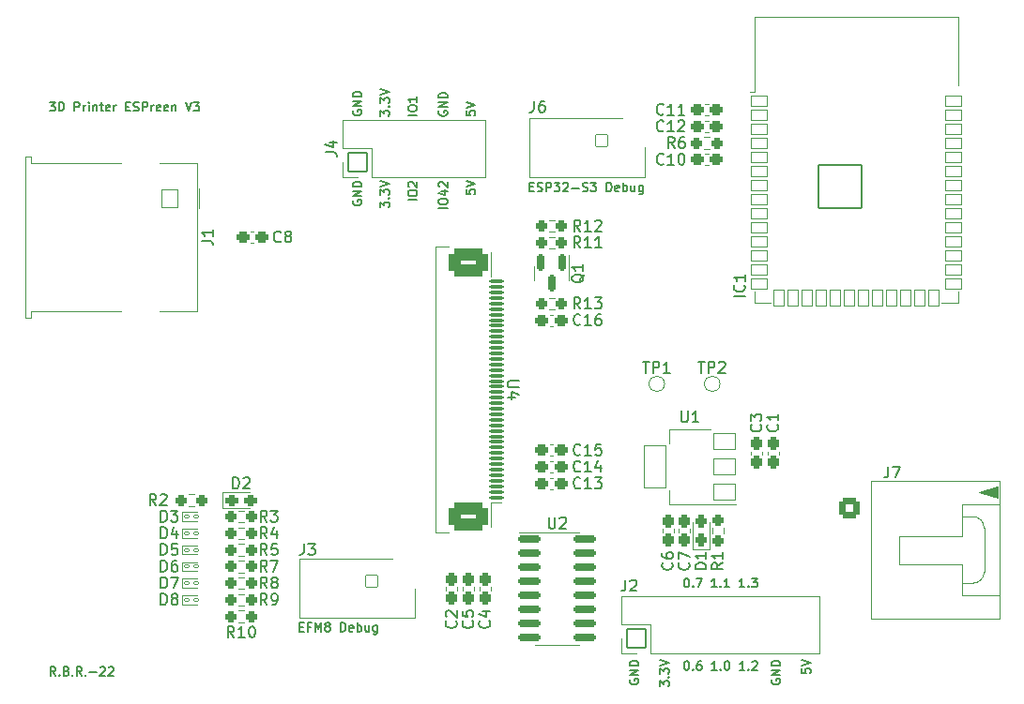
<source format=gto>
%TF.GenerationSoftware,KiCad,Pcbnew,(6.0.10)*%
%TF.CreationDate,2022-12-31T20:59:51+01:00*%
%TF.ProjectId,ESPreen,45535072-6565-46e2-9e6b-696361645f70,0*%
%TF.SameCoordinates,Original*%
%TF.FileFunction,Legend,Top*%
%TF.FilePolarity,Positive*%
%FSLAX46Y46*%
G04 Gerber Fmt 4.6, Leading zero omitted, Abs format (unit mm)*
G04 Created by KiCad (PCBNEW (6.0.10)) date 2022-12-31 20:59:51*
%MOMM*%
%LPD*%
G01*
G04 APERTURE LIST*
G04 Aperture macros list*
%AMRoundRect*
0 Rectangle with rounded corners*
0 $1 Rounding radius*
0 $2 $3 $4 $5 $6 $7 $8 $9 X,Y pos of 4 corners*
0 Add a 4 corners polygon primitive as box body*
4,1,4,$2,$3,$4,$5,$6,$7,$8,$9,$2,$3,0*
0 Add four circle primitives for the rounded corners*
1,1,$1+$1,$2,$3*
1,1,$1+$1,$4,$5*
1,1,$1+$1,$6,$7*
1,1,$1+$1,$8,$9*
0 Add four rect primitives between the rounded corners*
20,1,$1+$1,$2,$3,$4,$5,0*
20,1,$1+$1,$4,$5,$6,$7,0*
20,1,$1+$1,$6,$7,$8,$9,0*
20,1,$1+$1,$8,$9,$2,$3,0*%
G04 Aperture macros list end*
%ADD10C,0.150000*%
%ADD11C,0.120000*%
%ADD12RoundRect,0.125000X0.550000X-0.075000X0.550000X0.075000X-0.550000X0.075000X-0.550000X-0.075000X0*%
%ADD13RoundRect,0.550000X1.250000X-0.750000X1.250000X0.750000X-1.250000X0.750000X-1.250000X-0.750000X0*%
%ADD14RoundRect,0.050000X-0.525000X0.525000X-0.525000X-0.525000X0.525000X-0.525000X0.525000X0.525000X0*%
%ADD15C,1.150000*%
%ADD16RoundRect,0.287500X0.300000X0.237500X-0.300000X0.237500X-0.300000X-0.237500X0.300000X-0.237500X0*%
%ADD17RoundRect,0.287500X-0.237500X0.300000X-0.237500X-0.300000X0.237500X-0.300000X0.237500X0.300000X0*%
%ADD18RoundRect,0.287500X-0.250000X-0.237500X0.250000X-0.237500X0.250000X0.237500X-0.250000X0.237500X0*%
%ADD19RoundRect,0.287500X0.250000X0.237500X-0.250000X0.237500X-0.250000X-0.237500X0.250000X-0.237500X0*%
%ADD20RoundRect,0.287500X-0.300000X-0.237500X0.300000X-0.237500X0.300000X0.237500X-0.300000X0.237500X0*%
%ADD21RoundRect,0.050000X0.180000X0.125000X-0.180000X0.125000X-0.180000X-0.125000X0.180000X-0.125000X0*%
%ADD22RoundRect,0.050000X1.000000X0.750000X-1.000000X0.750000X-1.000000X-0.750000X1.000000X-0.750000X0*%
%ADD23RoundRect,0.050000X1.000000X1.900000X-1.000000X1.900000X-1.000000X-1.900000X1.000000X-1.900000X0*%
%ADD24RoundRect,0.050000X-0.750000X-0.450000X0.750000X-0.450000X0.750000X0.450000X-0.750000X0.450000X0*%
%ADD25RoundRect,0.050000X0.750000X0.450000X-0.750000X0.450000X-0.750000X-0.450000X0.750000X-0.450000X0*%
%ADD26RoundRect,0.050000X-0.450000X0.750000X-0.450000X-0.750000X0.450000X-0.750000X0.450000X0.750000X0*%
%ADD27C,0.600000*%
%ADD28RoundRect,0.050000X-1.950000X1.950000X-1.950000X-1.950000X1.950000X-1.950000X1.950000X1.950000X0*%
%ADD29RoundRect,0.200000X-0.150000X0.587500X-0.150000X-0.587500X0.150000X-0.587500X0.150000X0.587500X0*%
%ADD30C,1.100000*%
%ADD31RoundRect,0.200000X-0.825000X-0.150000X0.825000X-0.150000X0.825000X0.150000X-0.825000X0.150000X0*%
%ADD32RoundRect,0.050000X0.850000X-0.850000X0.850000X0.850000X-0.850000X0.850000X-0.850000X-0.850000X0*%
%ADD33O,1.800000X1.800000*%
%ADD34RoundRect,0.287500X0.237500X-0.300000X0.237500X0.300000X-0.237500X0.300000X-0.237500X-0.300000X0*%
%ADD35RoundRect,0.300000X-0.620000X0.620000X-0.620000X-0.620000X0.620000X-0.620000X0.620000X0.620000X0*%
%ADD36C,1.840000*%
%ADD37RoundRect,0.287500X-0.287500X-0.237500X0.287500X-0.237500X0.287500X0.237500X-0.287500X0.237500X0*%
%ADD38RoundRect,0.050000X-0.750000X0.800000X-0.750000X-0.800000X0.750000X-0.800000X0.750000X0.800000X0*%
%ADD39C,1.700000*%
%ADD40C,3.100000*%
%ADD41RoundRect,0.287500X-0.237500X0.250000X-0.237500X-0.250000X0.237500X-0.250000X0.237500X0.250000X0*%
%ADD42RoundRect,0.287500X0.237500X-0.287500X0.237500X0.287500X-0.237500X0.287500X-0.237500X-0.287500X0*%
%ADD43C,1.600000*%
G04 APERTURE END LIST*
D10*
X132787976Y-113942857D02*
X133054642Y-113942857D01*
X133168928Y-114361904D02*
X132787976Y-114361904D01*
X132787976Y-113561904D01*
X133168928Y-113561904D01*
X133778452Y-113942857D02*
X133511785Y-113942857D01*
X133511785Y-114361904D02*
X133511785Y-113561904D01*
X133892738Y-113561904D01*
X134197500Y-114361904D02*
X134197500Y-113561904D01*
X134464166Y-114133333D01*
X134730833Y-113561904D01*
X134730833Y-114361904D01*
X135226071Y-113904761D02*
X135149880Y-113866666D01*
X135111785Y-113828571D01*
X135073690Y-113752380D01*
X135073690Y-113714285D01*
X135111785Y-113638095D01*
X135149880Y-113600000D01*
X135226071Y-113561904D01*
X135378452Y-113561904D01*
X135454642Y-113600000D01*
X135492738Y-113638095D01*
X135530833Y-113714285D01*
X135530833Y-113752380D01*
X135492738Y-113828571D01*
X135454642Y-113866666D01*
X135378452Y-113904761D01*
X135226071Y-113904761D01*
X135149880Y-113942857D01*
X135111785Y-113980952D01*
X135073690Y-114057142D01*
X135073690Y-114209523D01*
X135111785Y-114285714D01*
X135149880Y-114323809D01*
X135226071Y-114361904D01*
X135378452Y-114361904D01*
X135454642Y-114323809D01*
X135492738Y-114285714D01*
X135530833Y-114209523D01*
X135530833Y-114057142D01*
X135492738Y-113980952D01*
X135454642Y-113942857D01*
X135378452Y-113904761D01*
X136483214Y-114361904D02*
X136483214Y-113561904D01*
X136673690Y-113561904D01*
X136787976Y-113600000D01*
X136864166Y-113676190D01*
X136902261Y-113752380D01*
X136940357Y-113904761D01*
X136940357Y-114019047D01*
X136902261Y-114171428D01*
X136864166Y-114247619D01*
X136787976Y-114323809D01*
X136673690Y-114361904D01*
X136483214Y-114361904D01*
X137587976Y-114323809D02*
X137511785Y-114361904D01*
X137359404Y-114361904D01*
X137283214Y-114323809D01*
X137245119Y-114247619D01*
X137245119Y-113942857D01*
X137283214Y-113866666D01*
X137359404Y-113828571D01*
X137511785Y-113828571D01*
X137587976Y-113866666D01*
X137626071Y-113942857D01*
X137626071Y-114019047D01*
X137245119Y-114095238D01*
X137968928Y-114361904D02*
X137968928Y-113561904D01*
X137968928Y-113866666D02*
X138045119Y-113828571D01*
X138197500Y-113828571D01*
X138273690Y-113866666D01*
X138311785Y-113904761D01*
X138349880Y-113980952D01*
X138349880Y-114209523D01*
X138311785Y-114285714D01*
X138273690Y-114323809D01*
X138197500Y-114361904D01*
X138045119Y-114361904D01*
X137968928Y-114323809D01*
X139035595Y-113828571D02*
X139035595Y-114361904D01*
X138692738Y-113828571D02*
X138692738Y-114247619D01*
X138730833Y-114323809D01*
X138807023Y-114361904D01*
X138921309Y-114361904D01*
X138997500Y-114323809D01*
X139035595Y-114285714D01*
X139759404Y-113828571D02*
X139759404Y-114476190D01*
X139721309Y-114552380D01*
X139683214Y-114590476D01*
X139607023Y-114628571D01*
X139492738Y-114628571D01*
X139416547Y-114590476D01*
X139759404Y-114323809D02*
X139683214Y-114361904D01*
X139530833Y-114361904D01*
X139454642Y-114323809D01*
X139416547Y-114285714D01*
X139378452Y-114209523D01*
X139378452Y-113980952D01*
X139416547Y-113904761D01*
X139454642Y-113866666D01*
X139530833Y-113828571D01*
X139683214Y-113828571D01*
X139759404Y-113866666D01*
X153537976Y-74192857D02*
X153804642Y-74192857D01*
X153918928Y-74611904D02*
X153537976Y-74611904D01*
X153537976Y-73811904D01*
X153918928Y-73811904D01*
X154223690Y-74573809D02*
X154337976Y-74611904D01*
X154528452Y-74611904D01*
X154604642Y-74573809D01*
X154642738Y-74535714D01*
X154680833Y-74459523D01*
X154680833Y-74383333D01*
X154642738Y-74307142D01*
X154604642Y-74269047D01*
X154528452Y-74230952D01*
X154376071Y-74192857D01*
X154299880Y-74154761D01*
X154261785Y-74116666D01*
X154223690Y-74040476D01*
X154223690Y-73964285D01*
X154261785Y-73888095D01*
X154299880Y-73850000D01*
X154376071Y-73811904D01*
X154566547Y-73811904D01*
X154680833Y-73850000D01*
X155023690Y-74611904D02*
X155023690Y-73811904D01*
X155328452Y-73811904D01*
X155404642Y-73850000D01*
X155442738Y-73888095D01*
X155480833Y-73964285D01*
X155480833Y-74078571D01*
X155442738Y-74154761D01*
X155404642Y-74192857D01*
X155328452Y-74230952D01*
X155023690Y-74230952D01*
X155747500Y-73811904D02*
X156242738Y-73811904D01*
X155976071Y-74116666D01*
X156090357Y-74116666D01*
X156166547Y-74154761D01*
X156204642Y-74192857D01*
X156242738Y-74269047D01*
X156242738Y-74459523D01*
X156204642Y-74535714D01*
X156166547Y-74573809D01*
X156090357Y-74611904D01*
X155861785Y-74611904D01*
X155785595Y-74573809D01*
X155747500Y-74535714D01*
X156547500Y-73888095D02*
X156585595Y-73850000D01*
X156661785Y-73811904D01*
X156852261Y-73811904D01*
X156928452Y-73850000D01*
X156966547Y-73888095D01*
X157004642Y-73964285D01*
X157004642Y-74040476D01*
X156966547Y-74154761D01*
X156509404Y-74611904D01*
X157004642Y-74611904D01*
X157347500Y-74307142D02*
X157957023Y-74307142D01*
X158299880Y-74573809D02*
X158414166Y-74611904D01*
X158604642Y-74611904D01*
X158680833Y-74573809D01*
X158718928Y-74535714D01*
X158757023Y-74459523D01*
X158757023Y-74383333D01*
X158718928Y-74307142D01*
X158680833Y-74269047D01*
X158604642Y-74230952D01*
X158452261Y-74192857D01*
X158376071Y-74154761D01*
X158337976Y-74116666D01*
X158299880Y-74040476D01*
X158299880Y-73964285D01*
X158337976Y-73888095D01*
X158376071Y-73850000D01*
X158452261Y-73811904D01*
X158642738Y-73811904D01*
X158757023Y-73850000D01*
X159023690Y-73811904D02*
X159518928Y-73811904D01*
X159252261Y-74116666D01*
X159366547Y-74116666D01*
X159442738Y-74154761D01*
X159480833Y-74192857D01*
X159518928Y-74269047D01*
X159518928Y-74459523D01*
X159480833Y-74535714D01*
X159442738Y-74573809D01*
X159366547Y-74611904D01*
X159137976Y-74611904D01*
X159061785Y-74573809D01*
X159023690Y-74535714D01*
X160471309Y-74611904D02*
X160471309Y-73811904D01*
X160661785Y-73811904D01*
X160776071Y-73850000D01*
X160852261Y-73926190D01*
X160890357Y-74002380D01*
X160928452Y-74154761D01*
X160928452Y-74269047D01*
X160890357Y-74421428D01*
X160852261Y-74497619D01*
X160776071Y-74573809D01*
X160661785Y-74611904D01*
X160471309Y-74611904D01*
X161576071Y-74573809D02*
X161499880Y-74611904D01*
X161347500Y-74611904D01*
X161271309Y-74573809D01*
X161233214Y-74497619D01*
X161233214Y-74192857D01*
X161271309Y-74116666D01*
X161347500Y-74078571D01*
X161499880Y-74078571D01*
X161576071Y-74116666D01*
X161614166Y-74192857D01*
X161614166Y-74269047D01*
X161233214Y-74345238D01*
X161957023Y-74611904D02*
X161957023Y-73811904D01*
X161957023Y-74116666D02*
X162033214Y-74078571D01*
X162185595Y-74078571D01*
X162261785Y-74116666D01*
X162299880Y-74154761D01*
X162337976Y-74230952D01*
X162337976Y-74459523D01*
X162299880Y-74535714D01*
X162261785Y-74573809D01*
X162185595Y-74611904D01*
X162033214Y-74611904D01*
X161957023Y-74573809D01*
X163023690Y-74078571D02*
X163023690Y-74611904D01*
X162680833Y-74078571D02*
X162680833Y-74497619D01*
X162718928Y-74573809D01*
X162795119Y-74611904D01*
X162909404Y-74611904D01*
X162985595Y-74573809D01*
X163023690Y-74535714D01*
X163747500Y-74078571D02*
X163747500Y-74726190D01*
X163709404Y-74802380D01*
X163671309Y-74840476D01*
X163595119Y-74878571D01*
X163480833Y-74878571D01*
X163404642Y-74840476D01*
X163747500Y-74573809D02*
X163671309Y-74611904D01*
X163518928Y-74611904D01*
X163442738Y-74573809D01*
X163404642Y-74535714D01*
X163366547Y-74459523D01*
X163366547Y-74230952D01*
X163404642Y-74154761D01*
X163442738Y-74116666D01*
X163518928Y-74078571D01*
X163671309Y-74078571D01*
X163747500Y-74116666D01*
X110745119Y-118361904D02*
X110478452Y-117980952D01*
X110287976Y-118361904D02*
X110287976Y-117561904D01*
X110592738Y-117561904D01*
X110668928Y-117600000D01*
X110707023Y-117638095D01*
X110745119Y-117714285D01*
X110745119Y-117828571D01*
X110707023Y-117904761D01*
X110668928Y-117942857D01*
X110592738Y-117980952D01*
X110287976Y-117980952D01*
X111087976Y-118285714D02*
X111126071Y-118323809D01*
X111087976Y-118361904D01*
X111049880Y-118323809D01*
X111087976Y-118285714D01*
X111087976Y-118361904D01*
X111735595Y-117942857D02*
X111849880Y-117980952D01*
X111887976Y-118019047D01*
X111926071Y-118095238D01*
X111926071Y-118209523D01*
X111887976Y-118285714D01*
X111849880Y-118323809D01*
X111773690Y-118361904D01*
X111468928Y-118361904D01*
X111468928Y-117561904D01*
X111735595Y-117561904D01*
X111811785Y-117600000D01*
X111849880Y-117638095D01*
X111887976Y-117714285D01*
X111887976Y-117790476D01*
X111849880Y-117866666D01*
X111811785Y-117904761D01*
X111735595Y-117942857D01*
X111468928Y-117942857D01*
X112268928Y-118285714D02*
X112307023Y-118323809D01*
X112268928Y-118361904D01*
X112230833Y-118323809D01*
X112268928Y-118285714D01*
X112268928Y-118361904D01*
X113107023Y-118361904D02*
X112840357Y-117980952D01*
X112649880Y-118361904D02*
X112649880Y-117561904D01*
X112954642Y-117561904D01*
X113030833Y-117600000D01*
X113068928Y-117638095D01*
X113107023Y-117714285D01*
X113107023Y-117828571D01*
X113068928Y-117904761D01*
X113030833Y-117942857D01*
X112954642Y-117980952D01*
X112649880Y-117980952D01*
X113449880Y-118285714D02*
X113487976Y-118323809D01*
X113449880Y-118361904D01*
X113411785Y-118323809D01*
X113449880Y-118285714D01*
X113449880Y-118361904D01*
X113830833Y-118057142D02*
X114440357Y-118057142D01*
X114783214Y-117638095D02*
X114821309Y-117600000D01*
X114897500Y-117561904D01*
X115087976Y-117561904D01*
X115164166Y-117600000D01*
X115202261Y-117638095D01*
X115240357Y-117714285D01*
X115240357Y-117790476D01*
X115202261Y-117904761D01*
X114745119Y-118361904D01*
X115240357Y-118361904D01*
X115545119Y-117638095D02*
X115583214Y-117600000D01*
X115659404Y-117561904D01*
X115849880Y-117561904D01*
X115926071Y-117600000D01*
X115964166Y-117638095D01*
X116002261Y-117714285D01*
X116002261Y-117790476D01*
X115964166Y-117904761D01*
X115507023Y-118361904D01*
X116002261Y-118361904D01*
X110211785Y-66561904D02*
X110707023Y-66561904D01*
X110440357Y-66866666D01*
X110554642Y-66866666D01*
X110630833Y-66904761D01*
X110668928Y-66942857D01*
X110707023Y-67019047D01*
X110707023Y-67209523D01*
X110668928Y-67285714D01*
X110630833Y-67323809D01*
X110554642Y-67361904D01*
X110326071Y-67361904D01*
X110249880Y-67323809D01*
X110211785Y-67285714D01*
X111049880Y-67361904D02*
X111049880Y-66561904D01*
X111240357Y-66561904D01*
X111354642Y-66600000D01*
X111430833Y-66676190D01*
X111468928Y-66752380D01*
X111507023Y-66904761D01*
X111507023Y-67019047D01*
X111468928Y-67171428D01*
X111430833Y-67247619D01*
X111354642Y-67323809D01*
X111240357Y-67361904D01*
X111049880Y-67361904D01*
X112459404Y-67361904D02*
X112459404Y-66561904D01*
X112764166Y-66561904D01*
X112840357Y-66600000D01*
X112878452Y-66638095D01*
X112916547Y-66714285D01*
X112916547Y-66828571D01*
X112878452Y-66904761D01*
X112840357Y-66942857D01*
X112764166Y-66980952D01*
X112459404Y-66980952D01*
X113259404Y-67361904D02*
X113259404Y-66828571D01*
X113259404Y-66980952D02*
X113297500Y-66904761D01*
X113335595Y-66866666D01*
X113411785Y-66828571D01*
X113487976Y-66828571D01*
X113754642Y-67361904D02*
X113754642Y-66828571D01*
X113754642Y-66561904D02*
X113716547Y-66600000D01*
X113754642Y-66638095D01*
X113792738Y-66600000D01*
X113754642Y-66561904D01*
X113754642Y-66638095D01*
X114135595Y-66828571D02*
X114135595Y-67361904D01*
X114135595Y-66904761D02*
X114173690Y-66866666D01*
X114249880Y-66828571D01*
X114364166Y-66828571D01*
X114440357Y-66866666D01*
X114478452Y-66942857D01*
X114478452Y-67361904D01*
X114745119Y-66828571D02*
X115049880Y-66828571D01*
X114859404Y-66561904D02*
X114859404Y-67247619D01*
X114897500Y-67323809D01*
X114973690Y-67361904D01*
X115049880Y-67361904D01*
X115621309Y-67323809D02*
X115545119Y-67361904D01*
X115392738Y-67361904D01*
X115316547Y-67323809D01*
X115278452Y-67247619D01*
X115278452Y-66942857D01*
X115316547Y-66866666D01*
X115392738Y-66828571D01*
X115545119Y-66828571D01*
X115621309Y-66866666D01*
X115659404Y-66942857D01*
X115659404Y-67019047D01*
X115278452Y-67095238D01*
X116002261Y-67361904D02*
X116002261Y-66828571D01*
X116002261Y-66980952D02*
X116040357Y-66904761D01*
X116078452Y-66866666D01*
X116154642Y-66828571D01*
X116230833Y-66828571D01*
X117107023Y-66942857D02*
X117373690Y-66942857D01*
X117487976Y-67361904D02*
X117107023Y-67361904D01*
X117107023Y-66561904D01*
X117487976Y-66561904D01*
X117792738Y-67323809D02*
X117907023Y-67361904D01*
X118097500Y-67361904D01*
X118173690Y-67323809D01*
X118211785Y-67285714D01*
X118249880Y-67209523D01*
X118249880Y-67133333D01*
X118211785Y-67057142D01*
X118173690Y-67019047D01*
X118097500Y-66980952D01*
X117945119Y-66942857D01*
X117868928Y-66904761D01*
X117830833Y-66866666D01*
X117792738Y-66790476D01*
X117792738Y-66714285D01*
X117830833Y-66638095D01*
X117868928Y-66600000D01*
X117945119Y-66561904D01*
X118135595Y-66561904D01*
X118249880Y-66600000D01*
X118592738Y-67361904D02*
X118592738Y-66561904D01*
X118897500Y-66561904D01*
X118973690Y-66600000D01*
X119011785Y-66638095D01*
X119049880Y-66714285D01*
X119049880Y-66828571D01*
X119011785Y-66904761D01*
X118973690Y-66942857D01*
X118897500Y-66980952D01*
X118592738Y-66980952D01*
X119392738Y-67361904D02*
X119392738Y-66828571D01*
X119392738Y-66980952D02*
X119430833Y-66904761D01*
X119468928Y-66866666D01*
X119545119Y-66828571D01*
X119621309Y-66828571D01*
X120192738Y-67323809D02*
X120116547Y-67361904D01*
X119964166Y-67361904D01*
X119887976Y-67323809D01*
X119849880Y-67247619D01*
X119849880Y-66942857D01*
X119887976Y-66866666D01*
X119964166Y-66828571D01*
X120116547Y-66828571D01*
X120192738Y-66866666D01*
X120230833Y-66942857D01*
X120230833Y-67019047D01*
X119849880Y-67095238D01*
X120878452Y-67323809D02*
X120802261Y-67361904D01*
X120649880Y-67361904D01*
X120573690Y-67323809D01*
X120535595Y-67247619D01*
X120535595Y-66942857D01*
X120573690Y-66866666D01*
X120649880Y-66828571D01*
X120802261Y-66828571D01*
X120878452Y-66866666D01*
X120916547Y-66942857D01*
X120916547Y-67019047D01*
X120535595Y-67095238D01*
X121259404Y-66828571D02*
X121259404Y-67361904D01*
X121259404Y-66904761D02*
X121297500Y-66866666D01*
X121373690Y-66828571D01*
X121487976Y-66828571D01*
X121564166Y-66866666D01*
X121602261Y-66942857D01*
X121602261Y-67361904D01*
X122478452Y-66561904D02*
X122745119Y-67361904D01*
X123011785Y-66561904D01*
X123202261Y-66561904D02*
X123697500Y-66561904D01*
X123430833Y-66866666D01*
X123545119Y-66866666D01*
X123621309Y-66904761D01*
X123659404Y-66942857D01*
X123697500Y-67019047D01*
X123697500Y-67209523D01*
X123659404Y-67285714D01*
X123621309Y-67323809D01*
X123545119Y-67361904D01*
X123316547Y-67361904D01*
X123240357Y-67323809D01*
X123202261Y-67285714D01*
X147811904Y-74473690D02*
X147811904Y-74854642D01*
X148192857Y-74892738D01*
X148154761Y-74854642D01*
X148116666Y-74778452D01*
X148116666Y-74587976D01*
X148154761Y-74511785D01*
X148192857Y-74473690D01*
X148269047Y-74435595D01*
X148459523Y-74435595D01*
X148535714Y-74473690D01*
X148573809Y-74511785D01*
X148611904Y-74587976D01*
X148611904Y-74778452D01*
X148573809Y-74854642D01*
X148535714Y-74892738D01*
X147811904Y-74207023D02*
X148611904Y-73940357D01*
X147811904Y-73673690D01*
X146111904Y-76149880D02*
X145311904Y-76149880D01*
X145311904Y-75616547D02*
X145311904Y-75464166D01*
X145350000Y-75387976D01*
X145426190Y-75311785D01*
X145578571Y-75273690D01*
X145845238Y-75273690D01*
X145997619Y-75311785D01*
X146073809Y-75387976D01*
X146111904Y-75464166D01*
X146111904Y-75616547D01*
X146073809Y-75692738D01*
X145997619Y-75768928D01*
X145845238Y-75807023D01*
X145578571Y-75807023D01*
X145426190Y-75768928D01*
X145350000Y-75692738D01*
X145311904Y-75616547D01*
X145578571Y-74587976D02*
X146111904Y-74587976D01*
X145273809Y-74778452D02*
X145845238Y-74968928D01*
X145845238Y-74473690D01*
X145388095Y-74207023D02*
X145350000Y-74168928D01*
X145311904Y-74092738D01*
X145311904Y-73902261D01*
X145350000Y-73826071D01*
X145388095Y-73787976D01*
X145464285Y-73749880D01*
X145540476Y-73749880D01*
X145654761Y-73787976D01*
X146111904Y-74245119D01*
X146111904Y-73749880D01*
X140061904Y-76073690D02*
X140061904Y-75578452D01*
X140366666Y-75845119D01*
X140366666Y-75730833D01*
X140404761Y-75654642D01*
X140442857Y-75616547D01*
X140519047Y-75578452D01*
X140709523Y-75578452D01*
X140785714Y-75616547D01*
X140823809Y-75654642D01*
X140861904Y-75730833D01*
X140861904Y-75959404D01*
X140823809Y-76035595D01*
X140785714Y-76073690D01*
X140785714Y-75235595D02*
X140823809Y-75197500D01*
X140861904Y-75235595D01*
X140823809Y-75273690D01*
X140785714Y-75235595D01*
X140861904Y-75235595D01*
X140061904Y-74930833D02*
X140061904Y-74435595D01*
X140366666Y-74702261D01*
X140366666Y-74587976D01*
X140404761Y-74511785D01*
X140442857Y-74473690D01*
X140519047Y-74435595D01*
X140709523Y-74435595D01*
X140785714Y-74473690D01*
X140823809Y-74511785D01*
X140861904Y-74587976D01*
X140861904Y-74816547D01*
X140823809Y-74892738D01*
X140785714Y-74930833D01*
X140061904Y-74207023D02*
X140861904Y-73940357D01*
X140061904Y-73673690D01*
X137600000Y-75426071D02*
X137561904Y-75502261D01*
X137561904Y-75616547D01*
X137600000Y-75730833D01*
X137676190Y-75807023D01*
X137752380Y-75845119D01*
X137904761Y-75883214D01*
X138019047Y-75883214D01*
X138171428Y-75845119D01*
X138247619Y-75807023D01*
X138323809Y-75730833D01*
X138361904Y-75616547D01*
X138361904Y-75540357D01*
X138323809Y-75426071D01*
X138285714Y-75387976D01*
X138019047Y-75387976D01*
X138019047Y-75540357D01*
X138361904Y-75045119D02*
X137561904Y-75045119D01*
X138361904Y-74587976D01*
X137561904Y-74587976D01*
X138361904Y-74207023D02*
X137561904Y-74207023D01*
X137561904Y-74016547D01*
X137600000Y-73902261D01*
X137676190Y-73826071D01*
X137752380Y-73787976D01*
X137904761Y-73749880D01*
X138019047Y-73749880D01*
X138171428Y-73787976D01*
X138247619Y-73826071D01*
X138323809Y-73902261D01*
X138361904Y-74016547D01*
X138361904Y-74207023D01*
X147811904Y-67331071D02*
X147811904Y-67712023D01*
X148192857Y-67750119D01*
X148154761Y-67712023D01*
X148116666Y-67635833D01*
X148116666Y-67445357D01*
X148154761Y-67369166D01*
X148192857Y-67331071D01*
X148269047Y-67292976D01*
X148459523Y-67292976D01*
X148535714Y-67331071D01*
X148573809Y-67369166D01*
X148611904Y-67445357D01*
X148611904Y-67635833D01*
X148573809Y-67712023D01*
X148535714Y-67750119D01*
X147811904Y-67064404D02*
X148611904Y-66797738D01*
X147811904Y-66531071D01*
X143361904Y-75387976D02*
X142561904Y-75387976D01*
X142561904Y-74854642D02*
X142561904Y-74702261D01*
X142600000Y-74626071D01*
X142676190Y-74549880D01*
X142828571Y-74511785D01*
X143095238Y-74511785D01*
X143247619Y-74549880D01*
X143323809Y-74626071D01*
X143361904Y-74702261D01*
X143361904Y-74854642D01*
X143323809Y-74930833D01*
X143247619Y-75007023D01*
X143095238Y-75045119D01*
X142828571Y-75045119D01*
X142676190Y-75007023D01*
X142600000Y-74930833D01*
X142561904Y-74854642D01*
X142638095Y-74207023D02*
X142600000Y-74168928D01*
X142561904Y-74092738D01*
X142561904Y-73902261D01*
X142600000Y-73826071D01*
X142638095Y-73787976D01*
X142714285Y-73749880D01*
X142790476Y-73749880D01*
X142904761Y-73787976D01*
X143361904Y-74245119D01*
X143361904Y-73749880D01*
X145350000Y-67359523D02*
X145311904Y-67435714D01*
X145311904Y-67550000D01*
X145350000Y-67664285D01*
X145426190Y-67740476D01*
X145502380Y-67778571D01*
X145654761Y-67816666D01*
X145769047Y-67816666D01*
X145921428Y-67778571D01*
X145997619Y-67740476D01*
X146073809Y-67664285D01*
X146111904Y-67550000D01*
X146111904Y-67473809D01*
X146073809Y-67359523D01*
X146035714Y-67321428D01*
X145769047Y-67321428D01*
X145769047Y-67473809D01*
X146111904Y-66978571D02*
X145311904Y-66978571D01*
X146111904Y-66521428D01*
X145311904Y-66521428D01*
X146111904Y-66140476D02*
X145311904Y-66140476D01*
X145311904Y-65950000D01*
X145350000Y-65835714D01*
X145426190Y-65759523D01*
X145502380Y-65721428D01*
X145654761Y-65683333D01*
X145769047Y-65683333D01*
X145921428Y-65721428D01*
X145997619Y-65759523D01*
X146073809Y-65835714D01*
X146111904Y-65950000D01*
X146111904Y-66140476D01*
X143361904Y-67712023D02*
X142561904Y-67712023D01*
X142561904Y-67178690D02*
X142561904Y-67026309D01*
X142600000Y-66950119D01*
X142676190Y-66873928D01*
X142828571Y-66835833D01*
X143095238Y-66835833D01*
X143247619Y-66873928D01*
X143323809Y-66950119D01*
X143361904Y-67026309D01*
X143361904Y-67178690D01*
X143323809Y-67254880D01*
X143247619Y-67331071D01*
X143095238Y-67369166D01*
X142828571Y-67369166D01*
X142676190Y-67331071D01*
X142600000Y-67254880D01*
X142561904Y-67178690D01*
X143361904Y-66073928D02*
X143361904Y-66531071D01*
X143361904Y-66302500D02*
X142561904Y-66302500D01*
X142676190Y-66378690D01*
X142752380Y-66454880D01*
X142790476Y-66531071D01*
X137600000Y-67292976D02*
X137561904Y-67369166D01*
X137561904Y-67483452D01*
X137600000Y-67597738D01*
X137676190Y-67673928D01*
X137752380Y-67712023D01*
X137904761Y-67750119D01*
X138019047Y-67750119D01*
X138171428Y-67712023D01*
X138247619Y-67673928D01*
X138323809Y-67597738D01*
X138361904Y-67483452D01*
X138361904Y-67407261D01*
X138323809Y-67292976D01*
X138285714Y-67254880D01*
X138019047Y-67254880D01*
X138019047Y-67407261D01*
X138361904Y-66912023D02*
X137561904Y-66912023D01*
X138361904Y-66454880D01*
X137561904Y-66454880D01*
X138361904Y-66073928D02*
X137561904Y-66073928D01*
X137561904Y-65883452D01*
X137600000Y-65769166D01*
X137676190Y-65692976D01*
X137752380Y-65654880D01*
X137904761Y-65616785D01*
X138019047Y-65616785D01*
X138171428Y-65654880D01*
X138247619Y-65692976D01*
X138323809Y-65769166D01*
X138361904Y-65883452D01*
X138361904Y-66073928D01*
X140061904Y-67788214D02*
X140061904Y-67292976D01*
X140366666Y-67559642D01*
X140366666Y-67445357D01*
X140404761Y-67369166D01*
X140442857Y-67331071D01*
X140519047Y-67292976D01*
X140709523Y-67292976D01*
X140785714Y-67331071D01*
X140823809Y-67369166D01*
X140861904Y-67445357D01*
X140861904Y-67673928D01*
X140823809Y-67750119D01*
X140785714Y-67788214D01*
X140785714Y-66950119D02*
X140823809Y-66912023D01*
X140861904Y-66950119D01*
X140823809Y-66988214D01*
X140785714Y-66950119D01*
X140861904Y-66950119D01*
X140061904Y-66645357D02*
X140061904Y-66150119D01*
X140366666Y-66416785D01*
X140366666Y-66302500D01*
X140404761Y-66226309D01*
X140442857Y-66188214D01*
X140519047Y-66150119D01*
X140709523Y-66150119D01*
X140785714Y-66188214D01*
X140823809Y-66226309D01*
X140861904Y-66302500D01*
X140861904Y-66531071D01*
X140823809Y-66607261D01*
X140785714Y-66645357D01*
X140061904Y-65921547D02*
X140861904Y-65654880D01*
X140061904Y-65388214D01*
X167640476Y-117061904D02*
X167716666Y-117061904D01*
X167792857Y-117100000D01*
X167830952Y-117138095D01*
X167869047Y-117214285D01*
X167907142Y-117366666D01*
X167907142Y-117557142D01*
X167869047Y-117709523D01*
X167830952Y-117785714D01*
X167792857Y-117823809D01*
X167716666Y-117861904D01*
X167640476Y-117861904D01*
X167564285Y-117823809D01*
X167526190Y-117785714D01*
X167488095Y-117709523D01*
X167450000Y-117557142D01*
X167450000Y-117366666D01*
X167488095Y-117214285D01*
X167526190Y-117138095D01*
X167564285Y-117100000D01*
X167640476Y-117061904D01*
X168250000Y-117785714D02*
X168288095Y-117823809D01*
X168250000Y-117861904D01*
X168211904Y-117823809D01*
X168250000Y-117785714D01*
X168250000Y-117861904D01*
X168973809Y-117061904D02*
X168821428Y-117061904D01*
X168745238Y-117100000D01*
X168707142Y-117138095D01*
X168630952Y-117252380D01*
X168592857Y-117404761D01*
X168592857Y-117709523D01*
X168630952Y-117785714D01*
X168669047Y-117823809D01*
X168745238Y-117861904D01*
X168897619Y-117861904D01*
X168973809Y-117823809D01*
X169011904Y-117785714D01*
X169050000Y-117709523D01*
X169050000Y-117519047D01*
X169011904Y-117442857D01*
X168973809Y-117404761D01*
X168897619Y-117366666D01*
X168745238Y-117366666D01*
X168669047Y-117404761D01*
X168630952Y-117442857D01*
X168592857Y-117519047D01*
X167640476Y-109561904D02*
X167716666Y-109561904D01*
X167792857Y-109600000D01*
X167830952Y-109638095D01*
X167869047Y-109714285D01*
X167907142Y-109866666D01*
X167907142Y-110057142D01*
X167869047Y-110209523D01*
X167830952Y-110285714D01*
X167792857Y-110323809D01*
X167716666Y-110361904D01*
X167640476Y-110361904D01*
X167564285Y-110323809D01*
X167526190Y-110285714D01*
X167488095Y-110209523D01*
X167450000Y-110057142D01*
X167450000Y-109866666D01*
X167488095Y-109714285D01*
X167526190Y-109638095D01*
X167564285Y-109600000D01*
X167640476Y-109561904D01*
X168250000Y-110285714D02*
X168288095Y-110323809D01*
X168250000Y-110361904D01*
X168211904Y-110323809D01*
X168250000Y-110285714D01*
X168250000Y-110361904D01*
X168554761Y-109561904D02*
X169088095Y-109561904D01*
X168745238Y-110361904D01*
X178061904Y-117723690D02*
X178061904Y-118104642D01*
X178442857Y-118142738D01*
X178404761Y-118104642D01*
X178366666Y-118028452D01*
X178366666Y-117837976D01*
X178404761Y-117761785D01*
X178442857Y-117723690D01*
X178519047Y-117685595D01*
X178709523Y-117685595D01*
X178785714Y-117723690D01*
X178823809Y-117761785D01*
X178861904Y-117837976D01*
X178861904Y-118028452D01*
X178823809Y-118104642D01*
X178785714Y-118142738D01*
X178061904Y-117457023D02*
X178861904Y-117190357D01*
X178061904Y-116923690D01*
X170407142Y-117861904D02*
X169950000Y-117861904D01*
X170178571Y-117861904D02*
X170178571Y-117061904D01*
X170102380Y-117176190D01*
X170026190Y-117252380D01*
X169950000Y-117290476D01*
X170750000Y-117785714D02*
X170788095Y-117823809D01*
X170750000Y-117861904D01*
X170711904Y-117823809D01*
X170750000Y-117785714D01*
X170750000Y-117861904D01*
X171283333Y-117061904D02*
X171359523Y-117061904D01*
X171435714Y-117100000D01*
X171473809Y-117138095D01*
X171511904Y-117214285D01*
X171550000Y-117366666D01*
X171550000Y-117557142D01*
X171511904Y-117709523D01*
X171473809Y-117785714D01*
X171435714Y-117823809D01*
X171359523Y-117861904D01*
X171283333Y-117861904D01*
X171207142Y-117823809D01*
X171169047Y-117785714D01*
X171130952Y-117709523D01*
X171092857Y-117557142D01*
X171092857Y-117366666D01*
X171130952Y-117214285D01*
X171169047Y-117138095D01*
X171207142Y-117100000D01*
X171283333Y-117061904D01*
X170402142Y-110361904D02*
X169945000Y-110361904D01*
X170173571Y-110361904D02*
X170173571Y-109561904D01*
X170097380Y-109676190D01*
X170021190Y-109752380D01*
X169945000Y-109790476D01*
X170745000Y-110285714D02*
X170783095Y-110323809D01*
X170745000Y-110361904D01*
X170706904Y-110323809D01*
X170745000Y-110285714D01*
X170745000Y-110361904D01*
X171545000Y-110361904D02*
X171087857Y-110361904D01*
X171316428Y-110361904D02*
X171316428Y-109561904D01*
X171240238Y-109676190D01*
X171164047Y-109752380D01*
X171087857Y-109790476D01*
X162600000Y-118676071D02*
X162561904Y-118752261D01*
X162561904Y-118866547D01*
X162600000Y-118980833D01*
X162676190Y-119057023D01*
X162752380Y-119095119D01*
X162904761Y-119133214D01*
X163019047Y-119133214D01*
X163171428Y-119095119D01*
X163247619Y-119057023D01*
X163323809Y-118980833D01*
X163361904Y-118866547D01*
X163361904Y-118790357D01*
X163323809Y-118676071D01*
X163285714Y-118637976D01*
X163019047Y-118637976D01*
X163019047Y-118790357D01*
X163361904Y-118295119D02*
X162561904Y-118295119D01*
X163361904Y-117837976D01*
X162561904Y-117837976D01*
X163361904Y-117457023D02*
X162561904Y-117457023D01*
X162561904Y-117266547D01*
X162600000Y-117152261D01*
X162676190Y-117076071D01*
X162752380Y-117037976D01*
X162904761Y-116999880D01*
X163019047Y-116999880D01*
X163171428Y-117037976D01*
X163247619Y-117076071D01*
X163323809Y-117152261D01*
X163361904Y-117266547D01*
X163361904Y-117457023D01*
X165311904Y-119323690D02*
X165311904Y-118828452D01*
X165616666Y-119095119D01*
X165616666Y-118980833D01*
X165654761Y-118904642D01*
X165692857Y-118866547D01*
X165769047Y-118828452D01*
X165959523Y-118828452D01*
X166035714Y-118866547D01*
X166073809Y-118904642D01*
X166111904Y-118980833D01*
X166111904Y-119209404D01*
X166073809Y-119285595D01*
X166035714Y-119323690D01*
X166035714Y-118485595D02*
X166073809Y-118447500D01*
X166111904Y-118485595D01*
X166073809Y-118523690D01*
X166035714Y-118485595D01*
X166111904Y-118485595D01*
X165311904Y-118180833D02*
X165311904Y-117685595D01*
X165616666Y-117952261D01*
X165616666Y-117837976D01*
X165654761Y-117761785D01*
X165692857Y-117723690D01*
X165769047Y-117685595D01*
X165959523Y-117685595D01*
X166035714Y-117723690D01*
X166073809Y-117761785D01*
X166111904Y-117837976D01*
X166111904Y-118066547D01*
X166073809Y-118142738D01*
X166035714Y-118180833D01*
X165311904Y-117457023D02*
X166111904Y-117190357D01*
X165311904Y-116923690D01*
X172907142Y-117861904D02*
X172450000Y-117861904D01*
X172678571Y-117861904D02*
X172678571Y-117061904D01*
X172602380Y-117176190D01*
X172526190Y-117252380D01*
X172450000Y-117290476D01*
X173250000Y-117785714D02*
X173288095Y-117823809D01*
X173250000Y-117861904D01*
X173211904Y-117823809D01*
X173250000Y-117785714D01*
X173250000Y-117861904D01*
X173592857Y-117138095D02*
X173630952Y-117100000D01*
X173707142Y-117061904D01*
X173897619Y-117061904D01*
X173973809Y-117100000D01*
X174011904Y-117138095D01*
X174050000Y-117214285D01*
X174050000Y-117290476D01*
X174011904Y-117404761D01*
X173554761Y-117861904D01*
X174050000Y-117861904D01*
X175350000Y-118676071D02*
X175311904Y-118752261D01*
X175311904Y-118866547D01*
X175350000Y-118980833D01*
X175426190Y-119057023D01*
X175502380Y-119095119D01*
X175654761Y-119133214D01*
X175769047Y-119133214D01*
X175921428Y-119095119D01*
X175997619Y-119057023D01*
X176073809Y-118980833D01*
X176111904Y-118866547D01*
X176111904Y-118790357D01*
X176073809Y-118676071D01*
X176035714Y-118637976D01*
X175769047Y-118637976D01*
X175769047Y-118790357D01*
X176111904Y-118295119D02*
X175311904Y-118295119D01*
X176111904Y-117837976D01*
X175311904Y-117837976D01*
X176111904Y-117457023D02*
X175311904Y-117457023D01*
X175311904Y-117266547D01*
X175350000Y-117152261D01*
X175426190Y-117076071D01*
X175502380Y-117037976D01*
X175654761Y-116999880D01*
X175769047Y-116999880D01*
X175921428Y-117037976D01*
X175997619Y-117076071D01*
X176073809Y-117152261D01*
X176111904Y-117266547D01*
X176111904Y-117457023D01*
X172902142Y-110361904D02*
X172445000Y-110361904D01*
X172673571Y-110361904D02*
X172673571Y-109561904D01*
X172597380Y-109676190D01*
X172521190Y-109752380D01*
X172445000Y-109790476D01*
X173245000Y-110285714D02*
X173283095Y-110323809D01*
X173245000Y-110361904D01*
X173206904Y-110323809D01*
X173245000Y-110285714D01*
X173245000Y-110361904D01*
X173549761Y-109561904D02*
X174045000Y-109561904D01*
X173778333Y-109866666D01*
X173892619Y-109866666D01*
X173968809Y-109904761D01*
X174006904Y-109942857D01*
X174045000Y-110019047D01*
X174045000Y-110209523D01*
X174006904Y-110285714D01*
X173968809Y-110323809D01*
X173892619Y-110361904D01*
X173664047Y-110361904D01*
X173587857Y-110323809D01*
X173549761Y-110285714D01*
%TO.C,U4*%
X152547619Y-91738095D02*
X151738095Y-91738095D01*
X151642857Y-91785714D01*
X151595238Y-91833333D01*
X151547619Y-91928571D01*
X151547619Y-92119047D01*
X151595238Y-92214285D01*
X151642857Y-92261904D01*
X151738095Y-92309523D01*
X152547619Y-92309523D01*
X152214285Y-93214285D02*
X151547619Y-93214285D01*
X152595238Y-92976190D02*
X151880952Y-92738095D01*
X151880952Y-93357142D01*
%TO.C,J6*%
X153916666Y-66452380D02*
X153916666Y-67166666D01*
X153869047Y-67309523D01*
X153773809Y-67404761D01*
X153630952Y-67452380D01*
X153535714Y-67452380D01*
X154821428Y-66452380D02*
X154630952Y-66452380D01*
X154535714Y-66500000D01*
X154488095Y-66547619D01*
X154392857Y-66690476D01*
X154345238Y-66880952D01*
X154345238Y-67261904D01*
X154392857Y-67357142D01*
X154440476Y-67404761D01*
X154535714Y-67452380D01*
X154726190Y-67452380D01*
X154821428Y-67404761D01*
X154869047Y-67357142D01*
X154916666Y-67261904D01*
X154916666Y-67023809D01*
X154869047Y-66928571D01*
X154821428Y-66880952D01*
X154726190Y-66833333D01*
X154535714Y-66833333D01*
X154440476Y-66880952D01*
X154392857Y-66928571D01*
X154345238Y-67023809D01*
%TO.C,C11*%
X165607142Y-67607142D02*
X165559523Y-67654761D01*
X165416666Y-67702380D01*
X165321428Y-67702380D01*
X165178571Y-67654761D01*
X165083333Y-67559523D01*
X165035714Y-67464285D01*
X164988095Y-67273809D01*
X164988095Y-67130952D01*
X165035714Y-66940476D01*
X165083333Y-66845238D01*
X165178571Y-66750000D01*
X165321428Y-66702380D01*
X165416666Y-66702380D01*
X165559523Y-66750000D01*
X165607142Y-66797619D01*
X166559523Y-67702380D02*
X165988095Y-67702380D01*
X166273809Y-67702380D02*
X166273809Y-66702380D01*
X166178571Y-66845238D01*
X166083333Y-66940476D01*
X165988095Y-66988095D01*
X167511904Y-67702380D02*
X166940476Y-67702380D01*
X167226190Y-67702380D02*
X167226190Y-66702380D01*
X167130952Y-66845238D01*
X167035714Y-66940476D01*
X166940476Y-66988095D01*
%TO.C,C7*%
X167857142Y-108166666D02*
X167904761Y-108214285D01*
X167952380Y-108357142D01*
X167952380Y-108452380D01*
X167904761Y-108595238D01*
X167809523Y-108690476D01*
X167714285Y-108738095D01*
X167523809Y-108785714D01*
X167380952Y-108785714D01*
X167190476Y-108738095D01*
X167095238Y-108690476D01*
X167000000Y-108595238D01*
X166952380Y-108452380D01*
X166952380Y-108357142D01*
X167000000Y-108214285D01*
X167047619Y-108166666D01*
X166952380Y-107833333D02*
X166952380Y-107166666D01*
X167952380Y-107595238D01*
%TO.C,R12*%
X158107142Y-78202380D02*
X157773809Y-77726190D01*
X157535714Y-78202380D02*
X157535714Y-77202380D01*
X157916666Y-77202380D01*
X158011904Y-77250000D01*
X158059523Y-77297619D01*
X158107142Y-77392857D01*
X158107142Y-77535714D01*
X158059523Y-77630952D01*
X158011904Y-77678571D01*
X157916666Y-77726190D01*
X157535714Y-77726190D01*
X159059523Y-78202380D02*
X158488095Y-78202380D01*
X158773809Y-78202380D02*
X158773809Y-77202380D01*
X158678571Y-77345238D01*
X158583333Y-77440476D01*
X158488095Y-77488095D01*
X159440476Y-77297619D02*
X159488095Y-77250000D01*
X159583333Y-77202380D01*
X159821428Y-77202380D01*
X159916666Y-77250000D01*
X159964285Y-77297619D01*
X160011904Y-77392857D01*
X160011904Y-77488095D01*
X159964285Y-77630952D01*
X159392857Y-78202380D01*
X160011904Y-78202380D01*
%TO.C,R2*%
X119833333Y-102952380D02*
X119500000Y-102476190D01*
X119261904Y-102952380D02*
X119261904Y-101952380D01*
X119642857Y-101952380D01*
X119738095Y-102000000D01*
X119785714Y-102047619D01*
X119833333Y-102142857D01*
X119833333Y-102285714D01*
X119785714Y-102380952D01*
X119738095Y-102428571D01*
X119642857Y-102476190D01*
X119261904Y-102476190D01*
X120214285Y-102047619D02*
X120261904Y-102000000D01*
X120357142Y-101952380D01*
X120595238Y-101952380D01*
X120690476Y-102000000D01*
X120738095Y-102047619D01*
X120785714Y-102142857D01*
X120785714Y-102238095D01*
X120738095Y-102380952D01*
X120166666Y-102952380D01*
X120785714Y-102952380D01*
%TO.C,C16*%
X158107142Y-86607142D02*
X158059523Y-86654761D01*
X157916666Y-86702380D01*
X157821428Y-86702380D01*
X157678571Y-86654761D01*
X157583333Y-86559523D01*
X157535714Y-86464285D01*
X157488095Y-86273809D01*
X157488095Y-86130952D01*
X157535714Y-85940476D01*
X157583333Y-85845238D01*
X157678571Y-85750000D01*
X157821428Y-85702380D01*
X157916666Y-85702380D01*
X158059523Y-85750000D01*
X158107142Y-85797619D01*
X159059523Y-86702380D02*
X158488095Y-86702380D01*
X158773809Y-86702380D02*
X158773809Y-85702380D01*
X158678571Y-85845238D01*
X158583333Y-85940476D01*
X158488095Y-85988095D01*
X159916666Y-85702380D02*
X159726190Y-85702380D01*
X159630952Y-85750000D01*
X159583333Y-85797619D01*
X159488095Y-85940476D01*
X159440476Y-86130952D01*
X159440476Y-86511904D01*
X159488095Y-86607142D01*
X159535714Y-86654761D01*
X159630952Y-86702380D01*
X159821428Y-86702380D01*
X159916666Y-86654761D01*
X159964285Y-86607142D01*
X160011904Y-86511904D01*
X160011904Y-86273809D01*
X159964285Y-86178571D01*
X159916666Y-86130952D01*
X159821428Y-86083333D01*
X159630952Y-86083333D01*
X159535714Y-86130952D01*
X159488095Y-86178571D01*
X159440476Y-86273809D01*
%TO.C,D7*%
X120261904Y-110452380D02*
X120261904Y-109452380D01*
X120500000Y-109452380D01*
X120642857Y-109500000D01*
X120738095Y-109595238D01*
X120785714Y-109690476D01*
X120833333Y-109880952D01*
X120833333Y-110023809D01*
X120785714Y-110214285D01*
X120738095Y-110309523D01*
X120642857Y-110404761D01*
X120500000Y-110452380D01*
X120261904Y-110452380D01*
X121166666Y-109452380D02*
X121833333Y-109452380D01*
X121404761Y-110452380D01*
%TO.C,U1*%
X167208095Y-94452380D02*
X167208095Y-95261904D01*
X167255714Y-95357142D01*
X167303333Y-95404761D01*
X167398571Y-95452380D01*
X167589047Y-95452380D01*
X167684285Y-95404761D01*
X167731904Y-95357142D01*
X167779523Y-95261904D01*
X167779523Y-94452380D01*
X168779523Y-95452380D02*
X168208095Y-95452380D01*
X168493809Y-95452380D02*
X168493809Y-94452380D01*
X168398571Y-94595238D01*
X168303333Y-94690476D01*
X168208095Y-94738095D01*
%TO.C,R10*%
X126857142Y-114882380D02*
X126523809Y-114406190D01*
X126285714Y-114882380D02*
X126285714Y-113882380D01*
X126666666Y-113882380D01*
X126761904Y-113930000D01*
X126809523Y-113977619D01*
X126857142Y-114072857D01*
X126857142Y-114215714D01*
X126809523Y-114310952D01*
X126761904Y-114358571D01*
X126666666Y-114406190D01*
X126285714Y-114406190D01*
X127809523Y-114882380D02*
X127238095Y-114882380D01*
X127523809Y-114882380D02*
X127523809Y-113882380D01*
X127428571Y-114025238D01*
X127333333Y-114120476D01*
X127238095Y-114168095D01*
X128428571Y-113882380D02*
X128523809Y-113882380D01*
X128619047Y-113930000D01*
X128666666Y-113977619D01*
X128714285Y-114072857D01*
X128761904Y-114263333D01*
X128761904Y-114501428D01*
X128714285Y-114691904D01*
X128666666Y-114787142D01*
X128619047Y-114834761D01*
X128523809Y-114882380D01*
X128428571Y-114882380D01*
X128333333Y-114834761D01*
X128285714Y-114787142D01*
X128238095Y-114691904D01*
X128190476Y-114501428D01*
X128190476Y-114263333D01*
X128238095Y-114072857D01*
X128285714Y-113977619D01*
X128333333Y-113930000D01*
X128428571Y-113882380D01*
%TO.C,D5*%
X120261904Y-107452380D02*
X120261904Y-106452380D01*
X120500000Y-106452380D01*
X120642857Y-106500000D01*
X120738095Y-106595238D01*
X120785714Y-106690476D01*
X120833333Y-106880952D01*
X120833333Y-107023809D01*
X120785714Y-107214285D01*
X120738095Y-107309523D01*
X120642857Y-107404761D01*
X120500000Y-107452380D01*
X120261904Y-107452380D01*
X121738095Y-106452380D02*
X121261904Y-106452380D01*
X121214285Y-106928571D01*
X121261904Y-106880952D01*
X121357142Y-106833333D01*
X121595238Y-106833333D01*
X121690476Y-106880952D01*
X121738095Y-106928571D01*
X121785714Y-107023809D01*
X121785714Y-107261904D01*
X121738095Y-107357142D01*
X121690476Y-107404761D01*
X121595238Y-107452380D01*
X121357142Y-107452380D01*
X121261904Y-107404761D01*
X121214285Y-107357142D01*
%TO.C,C8*%
X131083333Y-79107142D02*
X131035714Y-79154761D01*
X130892857Y-79202380D01*
X130797619Y-79202380D01*
X130654761Y-79154761D01*
X130559523Y-79059523D01*
X130511904Y-78964285D01*
X130464285Y-78773809D01*
X130464285Y-78630952D01*
X130511904Y-78440476D01*
X130559523Y-78345238D01*
X130654761Y-78250000D01*
X130797619Y-78202380D01*
X130892857Y-78202380D01*
X131035714Y-78250000D01*
X131083333Y-78297619D01*
X131654761Y-78630952D02*
X131559523Y-78583333D01*
X131511904Y-78535714D01*
X131464285Y-78440476D01*
X131464285Y-78392857D01*
X131511904Y-78297619D01*
X131559523Y-78250000D01*
X131654761Y-78202380D01*
X131845238Y-78202380D01*
X131940476Y-78250000D01*
X131988095Y-78297619D01*
X132035714Y-78392857D01*
X132035714Y-78440476D01*
X131988095Y-78535714D01*
X131940476Y-78583333D01*
X131845238Y-78630952D01*
X131654761Y-78630952D01*
X131559523Y-78678571D01*
X131511904Y-78726190D01*
X131464285Y-78821428D01*
X131464285Y-79011904D01*
X131511904Y-79107142D01*
X131559523Y-79154761D01*
X131654761Y-79202380D01*
X131845238Y-79202380D01*
X131940476Y-79154761D01*
X131988095Y-79107142D01*
X132035714Y-79011904D01*
X132035714Y-78821428D01*
X131988095Y-78726190D01*
X131940476Y-78678571D01*
X131845238Y-78630952D01*
%TO.C,C14*%
X158107142Y-99857142D02*
X158059523Y-99904761D01*
X157916666Y-99952380D01*
X157821428Y-99952380D01*
X157678571Y-99904761D01*
X157583333Y-99809523D01*
X157535714Y-99714285D01*
X157488095Y-99523809D01*
X157488095Y-99380952D01*
X157535714Y-99190476D01*
X157583333Y-99095238D01*
X157678571Y-99000000D01*
X157821428Y-98952380D01*
X157916666Y-98952380D01*
X158059523Y-99000000D01*
X158107142Y-99047619D01*
X159059523Y-99952380D02*
X158488095Y-99952380D01*
X158773809Y-99952380D02*
X158773809Y-98952380D01*
X158678571Y-99095238D01*
X158583333Y-99190476D01*
X158488095Y-99238095D01*
X159916666Y-99285714D02*
X159916666Y-99952380D01*
X159678571Y-98904761D02*
X159440476Y-99619047D01*
X160059523Y-99619047D01*
%TO.C,IC1*%
X172952380Y-84126190D02*
X171952380Y-84126190D01*
X172857142Y-83078571D02*
X172904761Y-83126190D01*
X172952380Y-83269047D01*
X172952380Y-83364285D01*
X172904761Y-83507142D01*
X172809523Y-83602380D01*
X172714285Y-83650000D01*
X172523809Y-83697619D01*
X172380952Y-83697619D01*
X172190476Y-83650000D01*
X172095238Y-83602380D01*
X172000000Y-83507142D01*
X171952380Y-83364285D01*
X171952380Y-83269047D01*
X172000000Y-83126190D01*
X172047619Y-83078571D01*
X172952380Y-82126190D02*
X172952380Y-82697619D01*
X172952380Y-82411904D02*
X171952380Y-82411904D01*
X172095238Y-82507142D01*
X172190476Y-82602380D01*
X172238095Y-82697619D01*
%TO.C,C13*%
X158107142Y-101357142D02*
X158059523Y-101404761D01*
X157916666Y-101452380D01*
X157821428Y-101452380D01*
X157678571Y-101404761D01*
X157583333Y-101309523D01*
X157535714Y-101214285D01*
X157488095Y-101023809D01*
X157488095Y-100880952D01*
X157535714Y-100690476D01*
X157583333Y-100595238D01*
X157678571Y-100500000D01*
X157821428Y-100452380D01*
X157916666Y-100452380D01*
X158059523Y-100500000D01*
X158107142Y-100547619D01*
X159059523Y-101452380D02*
X158488095Y-101452380D01*
X158773809Y-101452380D02*
X158773809Y-100452380D01*
X158678571Y-100595238D01*
X158583333Y-100690476D01*
X158488095Y-100738095D01*
X159392857Y-100452380D02*
X160011904Y-100452380D01*
X159678571Y-100833333D01*
X159821428Y-100833333D01*
X159916666Y-100880952D01*
X159964285Y-100928571D01*
X160011904Y-101023809D01*
X160011904Y-101261904D01*
X159964285Y-101357142D01*
X159916666Y-101404761D01*
X159821428Y-101452380D01*
X159535714Y-101452380D01*
X159440476Y-101404761D01*
X159392857Y-101357142D01*
%TO.C,C1*%
X175857142Y-95666666D02*
X175904761Y-95714285D01*
X175952380Y-95857142D01*
X175952380Y-95952380D01*
X175904761Y-96095238D01*
X175809523Y-96190476D01*
X175714285Y-96238095D01*
X175523809Y-96285714D01*
X175380952Y-96285714D01*
X175190476Y-96238095D01*
X175095238Y-96190476D01*
X175000000Y-96095238D01*
X174952380Y-95952380D01*
X174952380Y-95857142D01*
X175000000Y-95714285D01*
X175047619Y-95666666D01*
X175952380Y-94714285D02*
X175952380Y-95285714D01*
X175952380Y-95000000D02*
X174952380Y-95000000D01*
X175095238Y-95095238D01*
X175190476Y-95190476D01*
X175238095Y-95285714D01*
%TO.C,D6*%
X120261904Y-108952380D02*
X120261904Y-107952380D01*
X120500000Y-107952380D01*
X120642857Y-108000000D01*
X120738095Y-108095238D01*
X120785714Y-108190476D01*
X120833333Y-108380952D01*
X120833333Y-108523809D01*
X120785714Y-108714285D01*
X120738095Y-108809523D01*
X120642857Y-108904761D01*
X120500000Y-108952380D01*
X120261904Y-108952380D01*
X121690476Y-107952380D02*
X121500000Y-107952380D01*
X121404761Y-108000000D01*
X121357142Y-108047619D01*
X121261904Y-108190476D01*
X121214285Y-108380952D01*
X121214285Y-108761904D01*
X121261904Y-108857142D01*
X121309523Y-108904761D01*
X121404761Y-108952380D01*
X121595238Y-108952380D01*
X121690476Y-108904761D01*
X121738095Y-108857142D01*
X121785714Y-108761904D01*
X121785714Y-108523809D01*
X121738095Y-108428571D01*
X121690476Y-108380952D01*
X121595238Y-108333333D01*
X121404761Y-108333333D01*
X121309523Y-108380952D01*
X121261904Y-108428571D01*
X121214285Y-108523809D01*
%TO.C,C15*%
X158107142Y-98357142D02*
X158059523Y-98404761D01*
X157916666Y-98452380D01*
X157821428Y-98452380D01*
X157678571Y-98404761D01*
X157583333Y-98309523D01*
X157535714Y-98214285D01*
X157488095Y-98023809D01*
X157488095Y-97880952D01*
X157535714Y-97690476D01*
X157583333Y-97595238D01*
X157678571Y-97500000D01*
X157821428Y-97452380D01*
X157916666Y-97452380D01*
X158059523Y-97500000D01*
X158107142Y-97547619D01*
X159059523Y-98452380D02*
X158488095Y-98452380D01*
X158773809Y-98452380D02*
X158773809Y-97452380D01*
X158678571Y-97595238D01*
X158583333Y-97690476D01*
X158488095Y-97738095D01*
X159964285Y-97452380D02*
X159488095Y-97452380D01*
X159440476Y-97928571D01*
X159488095Y-97880952D01*
X159583333Y-97833333D01*
X159821428Y-97833333D01*
X159916666Y-97880952D01*
X159964285Y-97928571D01*
X160011904Y-98023809D01*
X160011904Y-98261904D01*
X159964285Y-98357142D01*
X159916666Y-98404761D01*
X159821428Y-98452380D01*
X159583333Y-98452380D01*
X159488095Y-98404761D01*
X159440476Y-98357142D01*
%TO.C,R5*%
X129833333Y-107452380D02*
X129500000Y-106976190D01*
X129261904Y-107452380D02*
X129261904Y-106452380D01*
X129642857Y-106452380D01*
X129738095Y-106500000D01*
X129785714Y-106547619D01*
X129833333Y-106642857D01*
X129833333Y-106785714D01*
X129785714Y-106880952D01*
X129738095Y-106928571D01*
X129642857Y-106976190D01*
X129261904Y-106976190D01*
X130738095Y-106452380D02*
X130261904Y-106452380D01*
X130214285Y-106928571D01*
X130261904Y-106880952D01*
X130357142Y-106833333D01*
X130595238Y-106833333D01*
X130690476Y-106880952D01*
X130738095Y-106928571D01*
X130785714Y-107023809D01*
X130785714Y-107261904D01*
X130738095Y-107357142D01*
X130690476Y-107404761D01*
X130595238Y-107452380D01*
X130357142Y-107452380D01*
X130261904Y-107404761D01*
X130214285Y-107357142D01*
%TO.C,C12*%
X165607142Y-69107142D02*
X165559523Y-69154761D01*
X165416666Y-69202380D01*
X165321428Y-69202380D01*
X165178571Y-69154761D01*
X165083333Y-69059523D01*
X165035714Y-68964285D01*
X164988095Y-68773809D01*
X164988095Y-68630952D01*
X165035714Y-68440476D01*
X165083333Y-68345238D01*
X165178571Y-68250000D01*
X165321428Y-68202380D01*
X165416666Y-68202380D01*
X165559523Y-68250000D01*
X165607142Y-68297619D01*
X166559523Y-69202380D02*
X165988095Y-69202380D01*
X166273809Y-69202380D02*
X166273809Y-68202380D01*
X166178571Y-68345238D01*
X166083333Y-68440476D01*
X165988095Y-68488095D01*
X166940476Y-68297619D02*
X166988095Y-68250000D01*
X167083333Y-68202380D01*
X167321428Y-68202380D01*
X167416666Y-68250000D01*
X167464285Y-68297619D01*
X167511904Y-68392857D01*
X167511904Y-68488095D01*
X167464285Y-68630952D01*
X166892857Y-69202380D01*
X167511904Y-69202380D01*
%TO.C,R13*%
X158107142Y-85202380D02*
X157773809Y-84726190D01*
X157535714Y-85202380D02*
X157535714Y-84202380D01*
X157916666Y-84202380D01*
X158011904Y-84250000D01*
X158059523Y-84297619D01*
X158107142Y-84392857D01*
X158107142Y-84535714D01*
X158059523Y-84630952D01*
X158011904Y-84678571D01*
X157916666Y-84726190D01*
X157535714Y-84726190D01*
X159059523Y-85202380D02*
X158488095Y-85202380D01*
X158773809Y-85202380D02*
X158773809Y-84202380D01*
X158678571Y-84345238D01*
X158583333Y-84440476D01*
X158488095Y-84488095D01*
X159392857Y-84202380D02*
X160011904Y-84202380D01*
X159678571Y-84583333D01*
X159821428Y-84583333D01*
X159916666Y-84630952D01*
X159964285Y-84678571D01*
X160011904Y-84773809D01*
X160011904Y-85011904D01*
X159964285Y-85107142D01*
X159916666Y-85154761D01*
X159821428Y-85202380D01*
X159535714Y-85202380D01*
X159440476Y-85154761D01*
X159392857Y-85107142D01*
%TO.C,R6*%
X166583333Y-70702380D02*
X166250000Y-70226190D01*
X166011904Y-70702380D02*
X166011904Y-69702380D01*
X166392857Y-69702380D01*
X166488095Y-69750000D01*
X166535714Y-69797619D01*
X166583333Y-69892857D01*
X166583333Y-70035714D01*
X166535714Y-70130952D01*
X166488095Y-70178571D01*
X166392857Y-70226190D01*
X166011904Y-70226190D01*
X167440476Y-69702380D02*
X167250000Y-69702380D01*
X167154761Y-69750000D01*
X167107142Y-69797619D01*
X167011904Y-69940476D01*
X166964285Y-70130952D01*
X166964285Y-70511904D01*
X167011904Y-70607142D01*
X167059523Y-70654761D01*
X167154761Y-70702380D01*
X167345238Y-70702380D01*
X167440476Y-70654761D01*
X167488095Y-70607142D01*
X167535714Y-70511904D01*
X167535714Y-70273809D01*
X167488095Y-70178571D01*
X167440476Y-70130952D01*
X167345238Y-70083333D01*
X167154761Y-70083333D01*
X167059523Y-70130952D01*
X167011904Y-70178571D01*
X166964285Y-70273809D01*
%TO.C,C3*%
X174357142Y-95666666D02*
X174404761Y-95714285D01*
X174452380Y-95857142D01*
X174452380Y-95952380D01*
X174404761Y-96095238D01*
X174309523Y-96190476D01*
X174214285Y-96238095D01*
X174023809Y-96285714D01*
X173880952Y-96285714D01*
X173690476Y-96238095D01*
X173595238Y-96190476D01*
X173500000Y-96095238D01*
X173452380Y-95952380D01*
X173452380Y-95857142D01*
X173500000Y-95714285D01*
X173547619Y-95666666D01*
X173452380Y-95333333D02*
X173452380Y-94714285D01*
X173833333Y-95047619D01*
X173833333Y-94904761D01*
X173880952Y-94809523D01*
X173928571Y-94761904D01*
X174023809Y-94714285D01*
X174261904Y-94714285D01*
X174357142Y-94761904D01*
X174404761Y-94809523D01*
X174452380Y-94904761D01*
X174452380Y-95190476D01*
X174404761Y-95285714D01*
X174357142Y-95333333D01*
%TO.C,J3*%
X133166666Y-106452380D02*
X133166666Y-107166666D01*
X133119047Y-107309523D01*
X133023809Y-107404761D01*
X132880952Y-107452380D01*
X132785714Y-107452380D01*
X133547619Y-106452380D02*
X134166666Y-106452380D01*
X133833333Y-106833333D01*
X133976190Y-106833333D01*
X134071428Y-106880952D01*
X134119047Y-106928571D01*
X134166666Y-107023809D01*
X134166666Y-107261904D01*
X134119047Y-107357142D01*
X134071428Y-107404761D01*
X133976190Y-107452380D01*
X133690476Y-107452380D01*
X133595238Y-107404761D01*
X133547619Y-107357142D01*
%TO.C,Q1*%
X158447619Y-82095238D02*
X158400000Y-82190476D01*
X158304761Y-82285714D01*
X158161904Y-82428571D01*
X158114285Y-82523809D01*
X158114285Y-82619047D01*
X158352380Y-82571428D02*
X158304761Y-82666666D01*
X158209523Y-82761904D01*
X158019047Y-82809523D01*
X157685714Y-82809523D01*
X157495238Y-82761904D01*
X157400000Y-82666666D01*
X157352380Y-82571428D01*
X157352380Y-82380952D01*
X157400000Y-82285714D01*
X157495238Y-82190476D01*
X157685714Y-82142857D01*
X158019047Y-82142857D01*
X158209523Y-82190476D01*
X158304761Y-82285714D01*
X158352380Y-82380952D01*
X158352380Y-82571428D01*
X158352380Y-81190476D02*
X158352380Y-81761904D01*
X158352380Y-81476190D02*
X157352380Y-81476190D01*
X157495238Y-81571428D01*
X157590476Y-81666666D01*
X157638095Y-81761904D01*
%TO.C,R4*%
X129833333Y-105952380D02*
X129500000Y-105476190D01*
X129261904Y-105952380D02*
X129261904Y-104952380D01*
X129642857Y-104952380D01*
X129738095Y-105000000D01*
X129785714Y-105047619D01*
X129833333Y-105142857D01*
X129833333Y-105285714D01*
X129785714Y-105380952D01*
X129738095Y-105428571D01*
X129642857Y-105476190D01*
X129261904Y-105476190D01*
X130690476Y-105285714D02*
X130690476Y-105952380D01*
X130452380Y-104904761D02*
X130214285Y-105619047D01*
X130833333Y-105619047D01*
%TO.C,TP1*%
X163738095Y-90004380D02*
X164309523Y-90004380D01*
X164023809Y-91004380D02*
X164023809Y-90004380D01*
X164642857Y-91004380D02*
X164642857Y-90004380D01*
X165023809Y-90004380D01*
X165119047Y-90052000D01*
X165166666Y-90099619D01*
X165214285Y-90194857D01*
X165214285Y-90337714D01*
X165166666Y-90432952D01*
X165119047Y-90480571D01*
X165023809Y-90528190D01*
X164642857Y-90528190D01*
X166166666Y-91004380D02*
X165595238Y-91004380D01*
X165880952Y-91004380D02*
X165880952Y-90004380D01*
X165785714Y-90147238D01*
X165690476Y-90242476D01*
X165595238Y-90290095D01*
%TO.C,D3*%
X120261904Y-104452380D02*
X120261904Y-103452380D01*
X120500000Y-103452380D01*
X120642857Y-103500000D01*
X120738095Y-103595238D01*
X120785714Y-103690476D01*
X120833333Y-103880952D01*
X120833333Y-104023809D01*
X120785714Y-104214285D01*
X120738095Y-104309523D01*
X120642857Y-104404761D01*
X120500000Y-104452380D01*
X120261904Y-104452380D01*
X121166666Y-103452380D02*
X121785714Y-103452380D01*
X121452380Y-103833333D01*
X121595238Y-103833333D01*
X121690476Y-103880952D01*
X121738095Y-103928571D01*
X121785714Y-104023809D01*
X121785714Y-104261904D01*
X121738095Y-104357142D01*
X121690476Y-104404761D01*
X121595238Y-104452380D01*
X121309523Y-104452380D01*
X121214285Y-104404761D01*
X121166666Y-104357142D01*
%TO.C,R3*%
X129833333Y-104452380D02*
X129500000Y-103976190D01*
X129261904Y-104452380D02*
X129261904Y-103452380D01*
X129642857Y-103452380D01*
X129738095Y-103500000D01*
X129785714Y-103547619D01*
X129833333Y-103642857D01*
X129833333Y-103785714D01*
X129785714Y-103880952D01*
X129738095Y-103928571D01*
X129642857Y-103976190D01*
X129261904Y-103976190D01*
X130166666Y-103452380D02*
X130785714Y-103452380D01*
X130452380Y-103833333D01*
X130595238Y-103833333D01*
X130690476Y-103880952D01*
X130738095Y-103928571D01*
X130785714Y-104023809D01*
X130785714Y-104261904D01*
X130738095Y-104357142D01*
X130690476Y-104404761D01*
X130595238Y-104452380D01*
X130309523Y-104452380D01*
X130214285Y-104404761D01*
X130166666Y-104357142D01*
%TO.C,R7*%
X129833333Y-108952380D02*
X129500000Y-108476190D01*
X129261904Y-108952380D02*
X129261904Y-107952380D01*
X129642857Y-107952380D01*
X129738095Y-108000000D01*
X129785714Y-108047619D01*
X129833333Y-108142857D01*
X129833333Y-108285714D01*
X129785714Y-108380952D01*
X129738095Y-108428571D01*
X129642857Y-108476190D01*
X129261904Y-108476190D01*
X130166666Y-107952380D02*
X130833333Y-107952380D01*
X130404761Y-108952380D01*
%TO.C,U2*%
X155238095Y-104052380D02*
X155238095Y-104861904D01*
X155285714Y-104957142D01*
X155333333Y-105004761D01*
X155428571Y-105052380D01*
X155619047Y-105052380D01*
X155714285Y-105004761D01*
X155761904Y-104957142D01*
X155809523Y-104861904D01*
X155809523Y-104052380D01*
X156238095Y-104147619D02*
X156285714Y-104100000D01*
X156380952Y-104052380D01*
X156619047Y-104052380D01*
X156714285Y-104100000D01*
X156761904Y-104147619D01*
X156809523Y-104242857D01*
X156809523Y-104338095D01*
X156761904Y-104480952D01*
X156190476Y-105052380D01*
X156809523Y-105052380D01*
%TO.C,R11*%
X158107142Y-79702380D02*
X157773809Y-79226190D01*
X157535714Y-79702380D02*
X157535714Y-78702380D01*
X157916666Y-78702380D01*
X158011904Y-78750000D01*
X158059523Y-78797619D01*
X158107142Y-78892857D01*
X158107142Y-79035714D01*
X158059523Y-79130952D01*
X158011904Y-79178571D01*
X157916666Y-79226190D01*
X157535714Y-79226190D01*
X159059523Y-79702380D02*
X158488095Y-79702380D01*
X158773809Y-79702380D02*
X158773809Y-78702380D01*
X158678571Y-78845238D01*
X158583333Y-78940476D01*
X158488095Y-78988095D01*
X160011904Y-79702380D02*
X159440476Y-79702380D01*
X159726190Y-79702380D02*
X159726190Y-78702380D01*
X159630952Y-78845238D01*
X159535714Y-78940476D01*
X159440476Y-78988095D01*
%TO.C,J2*%
X162166666Y-109702380D02*
X162166666Y-110416666D01*
X162119047Y-110559523D01*
X162023809Y-110654761D01*
X161880952Y-110702380D01*
X161785714Y-110702380D01*
X162595238Y-109797619D02*
X162642857Y-109750000D01*
X162738095Y-109702380D01*
X162976190Y-109702380D01*
X163071428Y-109750000D01*
X163119047Y-109797619D01*
X163166666Y-109892857D01*
X163166666Y-109988095D01*
X163119047Y-110130952D01*
X162547619Y-110702380D01*
X163166666Y-110702380D01*
%TO.C,C10*%
X165607142Y-72107142D02*
X165559523Y-72154761D01*
X165416666Y-72202380D01*
X165321428Y-72202380D01*
X165178571Y-72154761D01*
X165083333Y-72059523D01*
X165035714Y-71964285D01*
X164988095Y-71773809D01*
X164988095Y-71630952D01*
X165035714Y-71440476D01*
X165083333Y-71345238D01*
X165178571Y-71250000D01*
X165321428Y-71202380D01*
X165416666Y-71202380D01*
X165559523Y-71250000D01*
X165607142Y-71297619D01*
X166559523Y-72202380D02*
X165988095Y-72202380D01*
X166273809Y-72202380D02*
X166273809Y-71202380D01*
X166178571Y-71345238D01*
X166083333Y-71440476D01*
X165988095Y-71488095D01*
X167178571Y-71202380D02*
X167273809Y-71202380D01*
X167369047Y-71250000D01*
X167416666Y-71297619D01*
X167464285Y-71392857D01*
X167511904Y-71583333D01*
X167511904Y-71821428D01*
X167464285Y-72011904D01*
X167416666Y-72107142D01*
X167369047Y-72154761D01*
X167273809Y-72202380D01*
X167178571Y-72202380D01*
X167083333Y-72154761D01*
X167035714Y-72107142D01*
X166988095Y-72011904D01*
X166940476Y-71821428D01*
X166940476Y-71583333D01*
X166988095Y-71392857D01*
X167035714Y-71297619D01*
X167083333Y-71250000D01*
X167178571Y-71202380D01*
%TO.C,C5*%
X148357142Y-113416666D02*
X148404761Y-113464285D01*
X148452380Y-113607142D01*
X148452380Y-113702380D01*
X148404761Y-113845238D01*
X148309523Y-113940476D01*
X148214285Y-113988095D01*
X148023809Y-114035714D01*
X147880952Y-114035714D01*
X147690476Y-113988095D01*
X147595238Y-113940476D01*
X147500000Y-113845238D01*
X147452380Y-113702380D01*
X147452380Y-113607142D01*
X147500000Y-113464285D01*
X147547619Y-113416666D01*
X147452380Y-112511904D02*
X147452380Y-112988095D01*
X147928571Y-113035714D01*
X147880952Y-112988095D01*
X147833333Y-112892857D01*
X147833333Y-112654761D01*
X147880952Y-112559523D01*
X147928571Y-112511904D01*
X148023809Y-112464285D01*
X148261904Y-112464285D01*
X148357142Y-112511904D01*
X148404761Y-112559523D01*
X148452380Y-112654761D01*
X148452380Y-112892857D01*
X148404761Y-112988095D01*
X148357142Y-113035714D01*
%TO.C,R8*%
X129833333Y-110452380D02*
X129500000Y-109976190D01*
X129261904Y-110452380D02*
X129261904Y-109452380D01*
X129642857Y-109452380D01*
X129738095Y-109500000D01*
X129785714Y-109547619D01*
X129833333Y-109642857D01*
X129833333Y-109785714D01*
X129785714Y-109880952D01*
X129738095Y-109928571D01*
X129642857Y-109976190D01*
X129261904Y-109976190D01*
X130404761Y-109880952D02*
X130309523Y-109833333D01*
X130261904Y-109785714D01*
X130214285Y-109690476D01*
X130214285Y-109642857D01*
X130261904Y-109547619D01*
X130309523Y-109500000D01*
X130404761Y-109452380D01*
X130595238Y-109452380D01*
X130690476Y-109500000D01*
X130738095Y-109547619D01*
X130785714Y-109642857D01*
X130785714Y-109690476D01*
X130738095Y-109785714D01*
X130690476Y-109833333D01*
X130595238Y-109880952D01*
X130404761Y-109880952D01*
X130309523Y-109928571D01*
X130261904Y-109976190D01*
X130214285Y-110071428D01*
X130214285Y-110261904D01*
X130261904Y-110357142D01*
X130309523Y-110404761D01*
X130404761Y-110452380D01*
X130595238Y-110452380D01*
X130690476Y-110404761D01*
X130738095Y-110357142D01*
X130785714Y-110261904D01*
X130785714Y-110071428D01*
X130738095Y-109976190D01*
X130690476Y-109928571D01*
X130595238Y-109880952D01*
%TO.C,D4*%
X120261904Y-105952380D02*
X120261904Y-104952380D01*
X120500000Y-104952380D01*
X120642857Y-105000000D01*
X120738095Y-105095238D01*
X120785714Y-105190476D01*
X120833333Y-105380952D01*
X120833333Y-105523809D01*
X120785714Y-105714285D01*
X120738095Y-105809523D01*
X120642857Y-105904761D01*
X120500000Y-105952380D01*
X120261904Y-105952380D01*
X121690476Y-105285714D02*
X121690476Y-105952380D01*
X121452380Y-104904761D02*
X121214285Y-105619047D01*
X121833333Y-105619047D01*
%TO.C,J7*%
X185879166Y-99467380D02*
X185879166Y-100181666D01*
X185831547Y-100324523D01*
X185736309Y-100419761D01*
X185593452Y-100467380D01*
X185498214Y-100467380D01*
X186260119Y-99467380D02*
X186926785Y-99467380D01*
X186498214Y-100467380D01*
%TO.C,J4*%
X135122380Y-71063333D02*
X135836666Y-71063333D01*
X135979523Y-71110952D01*
X136074761Y-71206190D01*
X136122380Y-71349047D01*
X136122380Y-71444285D01*
X135455714Y-70158571D02*
X136122380Y-70158571D01*
X135074761Y-70396666D02*
X135789047Y-70634761D01*
X135789047Y-70015714D01*
%TO.C,D2*%
X126761904Y-101452380D02*
X126761904Y-100452380D01*
X127000000Y-100452380D01*
X127142857Y-100500000D01*
X127238095Y-100595238D01*
X127285714Y-100690476D01*
X127333333Y-100880952D01*
X127333333Y-101023809D01*
X127285714Y-101214285D01*
X127238095Y-101309523D01*
X127142857Y-101404761D01*
X127000000Y-101452380D01*
X126761904Y-101452380D01*
X127714285Y-100547619D02*
X127761904Y-100500000D01*
X127857142Y-100452380D01*
X128095238Y-100452380D01*
X128190476Y-100500000D01*
X128238095Y-100547619D01*
X128285714Y-100642857D01*
X128285714Y-100738095D01*
X128238095Y-100880952D01*
X127666666Y-101452380D01*
X128285714Y-101452380D01*
%TO.C,C2*%
X146857142Y-113416666D02*
X146904761Y-113464285D01*
X146952380Y-113607142D01*
X146952380Y-113702380D01*
X146904761Y-113845238D01*
X146809523Y-113940476D01*
X146714285Y-113988095D01*
X146523809Y-114035714D01*
X146380952Y-114035714D01*
X146190476Y-113988095D01*
X146095238Y-113940476D01*
X146000000Y-113845238D01*
X145952380Y-113702380D01*
X145952380Y-113607142D01*
X146000000Y-113464285D01*
X146047619Y-113416666D01*
X146047619Y-113035714D02*
X146000000Y-112988095D01*
X145952380Y-112892857D01*
X145952380Y-112654761D01*
X146000000Y-112559523D01*
X146047619Y-112511904D01*
X146142857Y-112464285D01*
X146238095Y-112464285D01*
X146380952Y-112511904D01*
X146952380Y-113083333D01*
X146952380Y-112464285D01*
%TO.C,J1*%
X123952380Y-79083333D02*
X124666666Y-79083333D01*
X124809523Y-79130952D01*
X124904761Y-79226190D01*
X124952380Y-79369047D01*
X124952380Y-79464285D01*
X124952380Y-78083333D02*
X124952380Y-78654761D01*
X124952380Y-78369047D02*
X123952380Y-78369047D01*
X124095238Y-78464285D01*
X124190476Y-78559523D01*
X124238095Y-78654761D01*
%TO.C,C6*%
X166357142Y-108166666D02*
X166404761Y-108214285D01*
X166452380Y-108357142D01*
X166452380Y-108452380D01*
X166404761Y-108595238D01*
X166309523Y-108690476D01*
X166214285Y-108738095D01*
X166023809Y-108785714D01*
X165880952Y-108785714D01*
X165690476Y-108738095D01*
X165595238Y-108690476D01*
X165500000Y-108595238D01*
X165452380Y-108452380D01*
X165452380Y-108357142D01*
X165500000Y-108214285D01*
X165547619Y-108166666D01*
X165452380Y-107309523D02*
X165452380Y-107500000D01*
X165500000Y-107595238D01*
X165547619Y-107642857D01*
X165690476Y-107738095D01*
X165880952Y-107785714D01*
X166261904Y-107785714D01*
X166357142Y-107738095D01*
X166404761Y-107690476D01*
X166452380Y-107595238D01*
X166452380Y-107404761D01*
X166404761Y-107309523D01*
X166357142Y-107261904D01*
X166261904Y-107214285D01*
X166023809Y-107214285D01*
X165928571Y-107261904D01*
X165880952Y-107309523D01*
X165833333Y-107404761D01*
X165833333Y-107595238D01*
X165880952Y-107690476D01*
X165928571Y-107738095D01*
X166023809Y-107785714D01*
%TO.C,TP2*%
X168738095Y-90004380D02*
X169309523Y-90004380D01*
X169023809Y-91004380D02*
X169023809Y-90004380D01*
X169642857Y-91004380D02*
X169642857Y-90004380D01*
X170023809Y-90004380D01*
X170119047Y-90052000D01*
X170166666Y-90099619D01*
X170214285Y-90194857D01*
X170214285Y-90337714D01*
X170166666Y-90432952D01*
X170119047Y-90480571D01*
X170023809Y-90528190D01*
X169642857Y-90528190D01*
X170595238Y-90099619D02*
X170642857Y-90052000D01*
X170738095Y-90004380D01*
X170976190Y-90004380D01*
X171071428Y-90052000D01*
X171119047Y-90099619D01*
X171166666Y-90194857D01*
X171166666Y-90290095D01*
X171119047Y-90432952D01*
X170547619Y-91004380D01*
X171166666Y-91004380D01*
%TO.C,C4*%
X149857142Y-113416666D02*
X149904761Y-113464285D01*
X149952380Y-113607142D01*
X149952380Y-113702380D01*
X149904761Y-113845238D01*
X149809523Y-113940476D01*
X149714285Y-113988095D01*
X149523809Y-114035714D01*
X149380952Y-114035714D01*
X149190476Y-113988095D01*
X149095238Y-113940476D01*
X149000000Y-113845238D01*
X148952380Y-113702380D01*
X148952380Y-113607142D01*
X149000000Y-113464285D01*
X149047619Y-113416666D01*
X149285714Y-112559523D02*
X149952380Y-112559523D01*
X148904761Y-112797619D02*
X149619047Y-113035714D01*
X149619047Y-112416666D01*
%TO.C,R1*%
X170952380Y-108166666D02*
X170476190Y-108500000D01*
X170952380Y-108738095D02*
X169952380Y-108738095D01*
X169952380Y-108357142D01*
X170000000Y-108261904D01*
X170047619Y-108214285D01*
X170142857Y-108166666D01*
X170285714Y-108166666D01*
X170380952Y-108214285D01*
X170428571Y-108261904D01*
X170476190Y-108357142D01*
X170476190Y-108738095D01*
X170952380Y-107214285D02*
X170952380Y-107785714D01*
X170952380Y-107500000D02*
X169952380Y-107500000D01*
X170095238Y-107595238D01*
X170190476Y-107690476D01*
X170238095Y-107785714D01*
%TO.C,D1*%
X169452380Y-108738095D02*
X168452380Y-108738095D01*
X168452380Y-108500000D01*
X168500000Y-108357142D01*
X168595238Y-108261904D01*
X168690476Y-108214285D01*
X168880952Y-108166666D01*
X169023809Y-108166666D01*
X169214285Y-108214285D01*
X169309523Y-108261904D01*
X169404761Y-108357142D01*
X169452380Y-108500000D01*
X169452380Y-108738095D01*
X169452380Y-107214285D02*
X169452380Y-107785714D01*
X169452380Y-107500000D02*
X168452380Y-107500000D01*
X168595238Y-107595238D01*
X168690476Y-107690476D01*
X168738095Y-107785714D01*
%TO.C,R9*%
X129833333Y-111952380D02*
X129500000Y-111476190D01*
X129261904Y-111952380D02*
X129261904Y-110952380D01*
X129642857Y-110952380D01*
X129738095Y-111000000D01*
X129785714Y-111047619D01*
X129833333Y-111142857D01*
X129833333Y-111285714D01*
X129785714Y-111380952D01*
X129738095Y-111428571D01*
X129642857Y-111476190D01*
X129261904Y-111476190D01*
X130309523Y-111952380D02*
X130500000Y-111952380D01*
X130595238Y-111904761D01*
X130642857Y-111857142D01*
X130738095Y-111714285D01*
X130785714Y-111523809D01*
X130785714Y-111142857D01*
X130738095Y-111047619D01*
X130690476Y-111000000D01*
X130595238Y-110952380D01*
X130404761Y-110952380D01*
X130309523Y-111000000D01*
X130261904Y-111047619D01*
X130214285Y-111142857D01*
X130214285Y-111380952D01*
X130261904Y-111476190D01*
X130309523Y-111523809D01*
X130404761Y-111571428D01*
X130595238Y-111571428D01*
X130690476Y-111523809D01*
X130738095Y-111476190D01*
X130785714Y-111380952D01*
%TO.C,D8*%
X120261904Y-111952380D02*
X120261904Y-110952380D01*
X120500000Y-110952380D01*
X120642857Y-111000000D01*
X120738095Y-111095238D01*
X120785714Y-111190476D01*
X120833333Y-111380952D01*
X120833333Y-111523809D01*
X120785714Y-111714285D01*
X120738095Y-111809523D01*
X120642857Y-111904761D01*
X120500000Y-111952380D01*
X120261904Y-111952380D01*
X121404761Y-111380952D02*
X121309523Y-111333333D01*
X121261904Y-111285714D01*
X121214285Y-111190476D01*
X121214285Y-111142857D01*
X121261904Y-111047619D01*
X121309523Y-111000000D01*
X121404761Y-110952380D01*
X121595238Y-110952380D01*
X121690476Y-111000000D01*
X121738095Y-111047619D01*
X121785714Y-111142857D01*
X121785714Y-111190476D01*
X121738095Y-111285714D01*
X121690476Y-111333333D01*
X121595238Y-111380952D01*
X121404761Y-111380952D01*
X121309523Y-111428571D01*
X121261904Y-111476190D01*
X121214285Y-111571428D01*
X121214285Y-111761904D01*
X121261904Y-111857142D01*
X121309523Y-111904761D01*
X121404761Y-111952380D01*
X121595238Y-111952380D01*
X121690476Y-111904761D01*
X121738095Y-111857142D01*
X121785714Y-111761904D01*
X121785714Y-111571428D01*
X121738095Y-111476190D01*
X121690476Y-111428571D01*
X121595238Y-111380952D01*
D11*
%TO.C,U4*%
X150000000Y-102700000D02*
X150000000Y-104900000D01*
X145000000Y-79600000D02*
X146200000Y-79600000D01*
X145000000Y-105400000D02*
X146200000Y-105400000D01*
X145000000Y-105400000D02*
X145000000Y-79600000D01*
X150000000Y-80100000D02*
X150000000Y-82300000D01*
X151000000Y-102700000D02*
X150000000Y-102700000D01*
%TO.C,J6*%
X163937000Y-70635000D02*
X163937000Y-73302000D01*
X163937000Y-73302000D02*
X153523000Y-73302000D01*
X161905000Y-67968000D02*
X153523000Y-67968000D01*
X153523000Y-67968000D02*
X153523000Y-73302000D01*
%TO.C,C11*%
X169646267Y-67760000D02*
X169353733Y-67760000D01*
X169646267Y-66740000D02*
X169353733Y-66740000D01*
%TO.C,C7*%
X168010000Y-105103733D02*
X168010000Y-105396267D01*
X166990000Y-105103733D02*
X166990000Y-105396267D01*
%TO.C,R12*%
X155245276Y-77227500D02*
X155754724Y-77227500D01*
X155245276Y-78272500D02*
X155754724Y-78272500D01*
%TO.C,R2*%
X123254724Y-103022500D02*
X122745276Y-103022500D01*
X123254724Y-101977500D02*
X122745276Y-101977500D01*
%TO.C,C16*%
X155353733Y-85740000D02*
X155646267Y-85740000D01*
X155353733Y-86760000D02*
X155646267Y-86760000D01*
%TO.C,D7*%
X122200000Y-109600000D02*
X122200000Y-110400000D01*
X123500000Y-109600000D02*
X122200000Y-109600000D01*
X123500000Y-110400000D02*
X122200000Y-110400000D01*
%TO.C,U1*%
X172100000Y-102910000D02*
X166090000Y-102910000D01*
X169850000Y-96090000D02*
X166090000Y-96090000D01*
X166090000Y-96090000D02*
X166090000Y-97350000D01*
X166090000Y-102910000D02*
X166090000Y-101650000D01*
%TO.C,R10*%
X127754724Y-113522500D02*
X127245276Y-113522500D01*
X127754724Y-112477500D02*
X127245276Y-112477500D01*
%TO.C,D5*%
X122200000Y-106600000D02*
X122200000Y-107400000D01*
X123500000Y-106600000D02*
X122200000Y-106600000D01*
X123500000Y-107400000D02*
X122200000Y-107400000D01*
%TO.C,C8*%
X128646267Y-79260000D02*
X128353733Y-79260000D01*
X128646267Y-78240000D02*
X128353733Y-78240000D01*
%TO.C,C14*%
X155353733Y-98990000D02*
X155646267Y-98990000D01*
X155353733Y-100010000D02*
X155646267Y-100010000D01*
%TO.C,IC1*%
X192200000Y-84700000D02*
X192200000Y-83700000D01*
X192200000Y-84700000D02*
X190700000Y-84700000D01*
X173800000Y-65650000D02*
X173800000Y-58850000D01*
X173800000Y-83700000D02*
X173800000Y-84700000D01*
X173800000Y-65650000D02*
X173400000Y-65650000D01*
X192200000Y-58850000D02*
X192200000Y-65050000D01*
X173800000Y-84700000D02*
X175300000Y-84700000D01*
X173800000Y-58850000D02*
X192200000Y-58850000D01*
%TO.C,C13*%
X155353733Y-100490000D02*
X155646267Y-100490000D01*
X155353733Y-101510000D02*
X155646267Y-101510000D01*
%TO.C,C1*%
X176010000Y-98103733D02*
X176010000Y-98396267D01*
X174990000Y-98103733D02*
X174990000Y-98396267D01*
%TO.C,D6*%
X122200000Y-108100000D02*
X122200000Y-108900000D01*
X123500000Y-108100000D02*
X122200000Y-108100000D01*
X123500000Y-108900000D02*
X122200000Y-108900000D01*
%TO.C,C15*%
X155353733Y-97490000D02*
X155646267Y-97490000D01*
X155353733Y-98510000D02*
X155646267Y-98510000D01*
%TO.C,R5*%
X127754724Y-107522500D02*
X127245276Y-107522500D01*
X127754724Y-106477500D02*
X127245276Y-106477500D01*
%TO.C,C12*%
X169646267Y-69260000D02*
X169353733Y-69260000D01*
X169646267Y-68240000D02*
X169353733Y-68240000D01*
%TO.C,R13*%
X155245276Y-84227500D02*
X155754724Y-84227500D01*
X155245276Y-85272500D02*
X155754724Y-85272500D01*
%TO.C,R6*%
X169245276Y-69727500D02*
X169754724Y-69727500D01*
X169245276Y-70772500D02*
X169754724Y-70772500D01*
%TO.C,C3*%
X174510000Y-98103733D02*
X174510000Y-98396267D01*
X173490000Y-98103733D02*
X173490000Y-98396267D01*
%TO.C,J3*%
X143207000Y-110500000D02*
X143207000Y-113167000D01*
X143207000Y-113167000D02*
X132793000Y-113167000D01*
X141175000Y-107833000D02*
X132793000Y-107833000D01*
X132793000Y-107833000D02*
X132793000Y-113167000D01*
%TO.C,Q1*%
X157060000Y-82000000D02*
X157060000Y-82650000D01*
X153940000Y-82000000D02*
X153940000Y-82650000D01*
X157060000Y-82000000D02*
X157060000Y-80325000D01*
X153940000Y-82000000D02*
X153940000Y-81350000D01*
%TO.C,R4*%
X127754724Y-106022500D02*
X127245276Y-106022500D01*
X127754724Y-104977500D02*
X127245276Y-104977500D01*
%TO.C,TP1*%
X165700000Y-92000000D02*
G75*
G03*
X165700000Y-92000000I-700000J0D01*
G01*
%TO.C,D3*%
X122200000Y-103600000D02*
X122200000Y-104400000D01*
X123500000Y-103600000D02*
X122200000Y-103600000D01*
X123500000Y-104400000D02*
X122200000Y-104400000D01*
%TO.C,R3*%
X127754724Y-104522500D02*
X127245276Y-104522500D01*
X127754724Y-103477500D02*
X127245276Y-103477500D01*
%TO.C,R7*%
X127754724Y-109022500D02*
X127245276Y-109022500D01*
X127754724Y-107977500D02*
X127245276Y-107977500D01*
%TO.C,U2*%
X156000000Y-115560000D02*
X154050000Y-115560000D01*
X156000000Y-105440000D02*
X157950000Y-105440000D01*
X156000000Y-115560000D02*
X157950000Y-115560000D01*
X156000000Y-105440000D02*
X152550000Y-105440000D01*
%TO.C,R11*%
X155754724Y-79772500D02*
X155245276Y-79772500D01*
X155754724Y-78727500D02*
X155245276Y-78727500D01*
%TO.C,J2*%
X179695000Y-116355000D02*
X179695000Y-111155000D01*
X161795000Y-113755000D02*
X161795000Y-111155000D01*
X163125000Y-116355000D02*
X161795000Y-116355000D01*
X164395000Y-116355000D02*
X164395000Y-113755000D01*
X161795000Y-111155000D02*
X179695000Y-111155000D01*
X161795000Y-116355000D02*
X161795000Y-115025000D01*
X164395000Y-116355000D02*
X179695000Y-116355000D01*
X164395000Y-113755000D02*
X161795000Y-113755000D01*
%TO.C,C10*%
X169353733Y-71240000D02*
X169646267Y-71240000D01*
X169353733Y-72260000D02*
X169646267Y-72260000D01*
%TO.C,C5*%
X147490000Y-110646267D02*
X147490000Y-110353733D01*
X148510000Y-110646267D02*
X148510000Y-110353733D01*
%TO.C,R8*%
X127754724Y-110522500D02*
X127245276Y-110522500D01*
X127754724Y-109477500D02*
X127245276Y-109477500D01*
%TO.C,D4*%
X122200000Y-105100000D02*
X122200000Y-105900000D01*
X123500000Y-105100000D02*
X122200000Y-105100000D01*
X123500000Y-105900000D02*
X122200000Y-105900000D01*
%TO.C,J7*%
X195907500Y-102900000D02*
X192562500Y-102900000D01*
X195907500Y-100800000D02*
X195907500Y-113200000D01*
X184307500Y-100800000D02*
X184307500Y-113200000D01*
X194522500Y-105000000D02*
X194522500Y-109000000D01*
X192562500Y-111100000D02*
X195907500Y-111100000D01*
X186847500Y-108270000D02*
X192562500Y-108270000D01*
X192562500Y-102900000D02*
X192562500Y-105730000D01*
X193522500Y-110000000D02*
X192562500Y-110000000D01*
X192562500Y-108270000D02*
X192562500Y-111100000D01*
X195907500Y-113200000D02*
X184307500Y-113200000D01*
X186847500Y-105730000D02*
X186847500Y-108270000D01*
X184307500Y-100800000D02*
X195907500Y-100800000D01*
X186847500Y-105730000D02*
X192562500Y-105730000D01*
X193522500Y-104000000D02*
X192562500Y-104000000D01*
X194522500Y-105000000D02*
G75*
G03*
X193522500Y-104000000I-1000000J0D01*
G01*
X193522500Y-110000000D02*
G75*
G03*
X194522500Y-109000000I0J1000000D01*
G01*
G36*
X195772500Y-102250000D02*
G01*
X194022500Y-101750000D01*
X195772500Y-101250000D01*
X195772500Y-102250000D01*
G37*
X195772500Y-102250000D02*
X194022500Y-101750000D01*
X195772500Y-101250000D01*
X195772500Y-102250000D01*
%TO.C,J4*%
X138000000Y-73330000D02*
X136670000Y-73330000D01*
X139270000Y-73330000D02*
X149490000Y-73330000D01*
X136670000Y-70730000D02*
X136670000Y-68130000D01*
X139270000Y-73330000D02*
X139270000Y-70730000D01*
X136670000Y-73330000D02*
X136670000Y-72000000D01*
X139270000Y-70730000D02*
X136670000Y-70730000D01*
X149490000Y-73330000D02*
X149490000Y-68130000D01*
X136670000Y-68130000D02*
X149490000Y-68130000D01*
%TO.C,D2*%
X128300000Y-101765000D02*
X125840000Y-101765000D01*
X125840000Y-103235000D02*
X128300000Y-103235000D01*
X125840000Y-101765000D02*
X125840000Y-103235000D01*
%TO.C,C2*%
X145990000Y-110646267D02*
X145990000Y-110353733D01*
X147010000Y-110646267D02*
X147010000Y-110353733D01*
%TO.C,J1*%
X123490000Y-85410000D02*
X120160000Y-85410000D01*
X108530000Y-72090000D02*
X116640000Y-72090000D01*
X123710000Y-74350000D02*
X123710000Y-76150000D01*
X108530000Y-72090000D02*
X108530000Y-71440000D01*
X123490000Y-72090000D02*
X123490000Y-85410000D01*
X108010000Y-86060000D02*
X108530000Y-86060000D01*
X108530000Y-86060000D02*
X108530000Y-85410000D01*
X108530000Y-71440000D02*
X108010000Y-71440000D01*
X116640000Y-85410000D02*
X108530000Y-85410000D01*
X108010000Y-71440000D02*
X108010000Y-86060000D01*
X123490000Y-72090000D02*
X120160000Y-72090000D01*
%TO.C,C6*%
X166510000Y-105103733D02*
X166510000Y-105396267D01*
X165490000Y-105103733D02*
X165490000Y-105396267D01*
%TO.C,TP2*%
X170700000Y-92000000D02*
G75*
G03*
X170700000Y-92000000I-700000J0D01*
G01*
%TO.C,C4*%
X148990000Y-110646267D02*
X148990000Y-110353733D01*
X150010000Y-110646267D02*
X150010000Y-110353733D01*
%TO.C,R1*%
X171022500Y-104995276D02*
X171022500Y-105504724D01*
X169977500Y-104995276D02*
X169977500Y-105504724D01*
%TO.C,D1*%
X168265000Y-104450000D02*
X168265000Y-106910000D01*
X169735000Y-106910000D02*
X169735000Y-104450000D01*
X168265000Y-106910000D02*
X169735000Y-106910000D01*
%TO.C,R9*%
X127754724Y-112022500D02*
X127245276Y-112022500D01*
X127754724Y-110977500D02*
X127245276Y-110977500D01*
%TO.C,D8*%
X122200000Y-111100000D02*
X122200000Y-111900000D01*
X123500000Y-111100000D02*
X122200000Y-111100000D01*
X123500000Y-111900000D02*
X122200000Y-111900000D01*
%TD*%
%LPC*%
D12*
%TO.C,U4*%
X150500000Y-102250000D03*
X150500000Y-101750000D03*
X150500000Y-101250000D03*
X150500000Y-100750000D03*
X150500000Y-100250000D03*
X150500000Y-99750000D03*
X150500000Y-99250000D03*
X150500000Y-98750000D03*
X150500000Y-98250000D03*
X150500000Y-97750000D03*
X150500000Y-97250000D03*
X150500000Y-96750000D03*
X150500000Y-96250000D03*
X150500000Y-95750000D03*
X150500000Y-95250000D03*
X150500000Y-94750000D03*
X150500000Y-94250000D03*
X150500000Y-93750000D03*
X150500000Y-93250000D03*
X150500000Y-92750000D03*
X150500000Y-92250000D03*
X150500000Y-91750000D03*
X150500000Y-91250000D03*
X150500000Y-90750000D03*
X150500000Y-90250000D03*
X150500000Y-89750000D03*
X150500000Y-89250000D03*
X150500000Y-88750000D03*
X150500000Y-88250000D03*
X150500000Y-87750000D03*
X150500000Y-87250000D03*
X150500000Y-86750000D03*
X150500000Y-86250000D03*
X150500000Y-85750000D03*
X150500000Y-85250000D03*
X150500000Y-84750000D03*
X150500000Y-84250000D03*
X150500000Y-83750000D03*
X150500000Y-83250000D03*
X150500000Y-82750000D03*
D13*
X148000000Y-81000000D03*
X148000000Y-104000000D03*
%TD*%
D14*
%TO.C,J6*%
X160000000Y-70000000D03*
D15*
X160000000Y-71270000D03*
X158730000Y-70000000D03*
X158730000Y-71270000D03*
X157460000Y-70000000D03*
X157460000Y-71270000D03*
%TD*%
D16*
%TO.C,C11*%
X170362500Y-67250000D03*
X168637500Y-67250000D03*
%TD*%
D17*
%TO.C,C7*%
X167500000Y-104387500D03*
X167500000Y-106112500D03*
%TD*%
D18*
%TO.C,R12*%
X154587500Y-77750000D03*
X156412500Y-77750000D03*
%TD*%
D19*
%TO.C,R2*%
X123912500Y-102500000D03*
X122087500Y-102500000D03*
%TD*%
D20*
%TO.C,C16*%
X154637500Y-86250000D03*
X156362500Y-86250000D03*
%TD*%
D21*
%TO.C,D7*%
X122580000Y-110000000D03*
X123420000Y-110000000D03*
%TD*%
D22*
%TO.C,U1*%
X171150000Y-101800000D03*
D23*
X164850000Y-99500000D03*
D22*
X171150000Y-99500000D03*
X171150000Y-97200000D03*
%TD*%
D19*
%TO.C,R10*%
X128412500Y-113000000D03*
X126587500Y-113000000D03*
%TD*%
D21*
%TO.C,D5*%
X122580000Y-107000000D03*
X123420000Y-107000000D03*
%TD*%
D16*
%TO.C,C8*%
X129362500Y-78750000D03*
X127637500Y-78750000D03*
%TD*%
D20*
%TO.C,C14*%
X154637500Y-99500000D03*
X156362500Y-99500000D03*
%TD*%
D24*
%TO.C,IC1*%
X174250000Y-66490000D03*
X174250000Y-67760000D03*
X174250000Y-69030000D03*
X174250000Y-70300000D03*
X174250000Y-71570000D03*
X174250000Y-72840000D03*
X174250000Y-74110000D03*
X174250000Y-75380000D03*
X174250000Y-76650000D03*
X174250000Y-77920000D03*
X174250000Y-79190000D03*
X174250000Y-80460000D03*
X174250000Y-81730000D03*
D25*
X174250000Y-83000000D03*
D26*
X176015000Y-84250000D03*
X177285000Y-84250000D03*
X178555000Y-84250000D03*
X179825000Y-84250000D03*
X181095000Y-84250000D03*
X182365000Y-84250000D03*
X183635000Y-84250000D03*
X184905000Y-84250000D03*
X186175000Y-84250000D03*
X187445000Y-84250000D03*
X188715000Y-84250000D03*
X189985000Y-84250000D03*
D24*
X191750000Y-83000000D03*
X191750000Y-81730000D03*
X191750000Y-80460000D03*
X191750000Y-79190000D03*
X191750000Y-77920000D03*
X191750000Y-76650000D03*
X191750000Y-75380000D03*
X191750000Y-74110000D03*
X191750000Y-72840000D03*
X191750000Y-71570000D03*
X191750000Y-70300000D03*
X191750000Y-69030000D03*
X191750000Y-67760000D03*
X191750000Y-66490000D03*
D27*
X182200000Y-74210000D03*
X180800000Y-72810000D03*
X181500000Y-74910000D03*
X182900000Y-73510000D03*
X181500000Y-73510000D03*
X182900000Y-74910000D03*
X180100000Y-74910000D03*
X180800000Y-74210000D03*
D28*
X181500000Y-74210000D03*
D27*
X182200000Y-72810000D03*
X182200000Y-75610000D03*
X180800000Y-75610000D03*
X180100000Y-73510000D03*
%TD*%
D20*
%TO.C,C13*%
X154637500Y-101000000D03*
X156362500Y-101000000D03*
%TD*%
D17*
%TO.C,C1*%
X175500000Y-97387500D03*
X175500000Y-99112500D03*
%TD*%
D21*
%TO.C,D6*%
X122580000Y-108500000D03*
X123420000Y-108500000D03*
%TD*%
D20*
%TO.C,C15*%
X154637500Y-98000000D03*
X156362500Y-98000000D03*
%TD*%
D19*
%TO.C,R5*%
X128412500Y-107000000D03*
X126587500Y-107000000D03*
%TD*%
D16*
%TO.C,C12*%
X170362500Y-68750000D03*
X168637500Y-68750000D03*
%TD*%
D18*
%TO.C,R13*%
X154587500Y-84750000D03*
X156412500Y-84750000D03*
%TD*%
%TO.C,R6*%
X168587500Y-70250000D03*
X170412500Y-70250000D03*
%TD*%
D17*
%TO.C,C3*%
X174000000Y-97387500D03*
X174000000Y-99112500D03*
%TD*%
D14*
%TO.C,J3*%
X139270000Y-109865000D03*
D15*
X139270000Y-111135000D03*
X138000000Y-109865000D03*
X138000000Y-111135000D03*
X136730000Y-109865000D03*
X136730000Y-111135000D03*
%TD*%
D29*
%TO.C,Q1*%
X156450000Y-81062500D03*
X154550000Y-81062500D03*
X155500000Y-82937500D03*
%TD*%
D19*
%TO.C,R4*%
X128412500Y-105500000D03*
X126587500Y-105500000D03*
%TD*%
D30*
%TO.C,TP1*%
X165000000Y-92000000D03*
%TD*%
D21*
%TO.C,D3*%
X122580000Y-104000000D03*
X123420000Y-104000000D03*
%TD*%
D19*
%TO.C,R3*%
X128412500Y-104000000D03*
X126587500Y-104000000D03*
%TD*%
%TO.C,R7*%
X128412500Y-108500000D03*
X126587500Y-108500000D03*
%TD*%
D31*
%TO.C,U2*%
X153525000Y-106055000D03*
X153525000Y-107325000D03*
X153525000Y-108595000D03*
X153525000Y-109865000D03*
X153525000Y-111135000D03*
X153525000Y-112405000D03*
X153525000Y-113675000D03*
X153525000Y-114945000D03*
X158475000Y-114945000D03*
X158475000Y-113675000D03*
X158475000Y-112405000D03*
X158475000Y-111135000D03*
X158475000Y-109865000D03*
X158475000Y-108595000D03*
X158475000Y-107325000D03*
X158475000Y-106055000D03*
%TD*%
D19*
%TO.C,R11*%
X156412500Y-79250000D03*
X154587500Y-79250000D03*
%TD*%
D32*
%TO.C,J2*%
X163125000Y-115025000D03*
D33*
X163125000Y-112485000D03*
X165665000Y-115025000D03*
X165665000Y-112485000D03*
X168205000Y-115025000D03*
X168205000Y-112485000D03*
X170745000Y-115025000D03*
X170745000Y-112485000D03*
X173285000Y-115025000D03*
X173285000Y-112485000D03*
X175825000Y-115025000D03*
X175825000Y-112485000D03*
X178365000Y-115025000D03*
X178365000Y-112485000D03*
%TD*%
D20*
%TO.C,C10*%
X168637500Y-71750000D03*
X170362500Y-71750000D03*
%TD*%
D34*
%TO.C,C5*%
X148000000Y-111362500D03*
X148000000Y-109637500D03*
%TD*%
D19*
%TO.C,R8*%
X128412500Y-110000000D03*
X126587500Y-110000000D03*
%TD*%
D21*
%TO.C,D4*%
X122580000Y-105500000D03*
X123420000Y-105500000D03*
%TD*%
D35*
%TO.C,J7*%
X182402500Y-103190000D03*
D36*
X182402500Y-105730000D03*
X182402500Y-108270000D03*
X182402500Y-110810000D03*
%TD*%
D32*
%TO.C,J4*%
X138000000Y-72000000D03*
D33*
X138000000Y-69460000D03*
X140540000Y-72000000D03*
X140540000Y-69460000D03*
X143080000Y-72000000D03*
X143080000Y-69460000D03*
X145620000Y-72000000D03*
X145620000Y-69460000D03*
X148160000Y-72000000D03*
X148160000Y-69460000D03*
%TD*%
D37*
%TO.C,D2*%
X126625000Y-102500000D03*
X128375000Y-102500000D03*
%TD*%
D34*
%TO.C,C2*%
X146500000Y-111362500D03*
X146500000Y-109637500D03*
%TD*%
D38*
%TO.C,J1*%
X121110000Y-75250000D03*
D39*
X121110000Y-77750000D03*
X121110000Y-79750000D03*
X121110000Y-82250000D03*
D40*
X118400000Y-85320000D03*
X118400000Y-72180000D03*
%TD*%
D17*
%TO.C,C6*%
X166000000Y-104387500D03*
X166000000Y-106112500D03*
%TD*%
D30*
%TO.C,TP2*%
X170000000Y-92000000D03*
%TD*%
D34*
%TO.C,C4*%
X149500000Y-111362500D03*
X149500000Y-109637500D03*
%TD*%
D41*
%TO.C,R1*%
X170500000Y-104337500D03*
X170500000Y-106162500D03*
%TD*%
D42*
%TO.C,D1*%
X169000000Y-106125000D03*
X169000000Y-104375000D03*
%TD*%
D19*
%TO.C,R9*%
X128412500Y-111500000D03*
X126587500Y-111500000D03*
%TD*%
D21*
%TO.C,D8*%
X122580000Y-111500000D03*
X123420000Y-111500000D03*
%TD*%
D43*
%TO.C,J5*%
X112250000Y-111200000D03*
X112250000Y-103200000D03*
%TD*%
M02*

</source>
